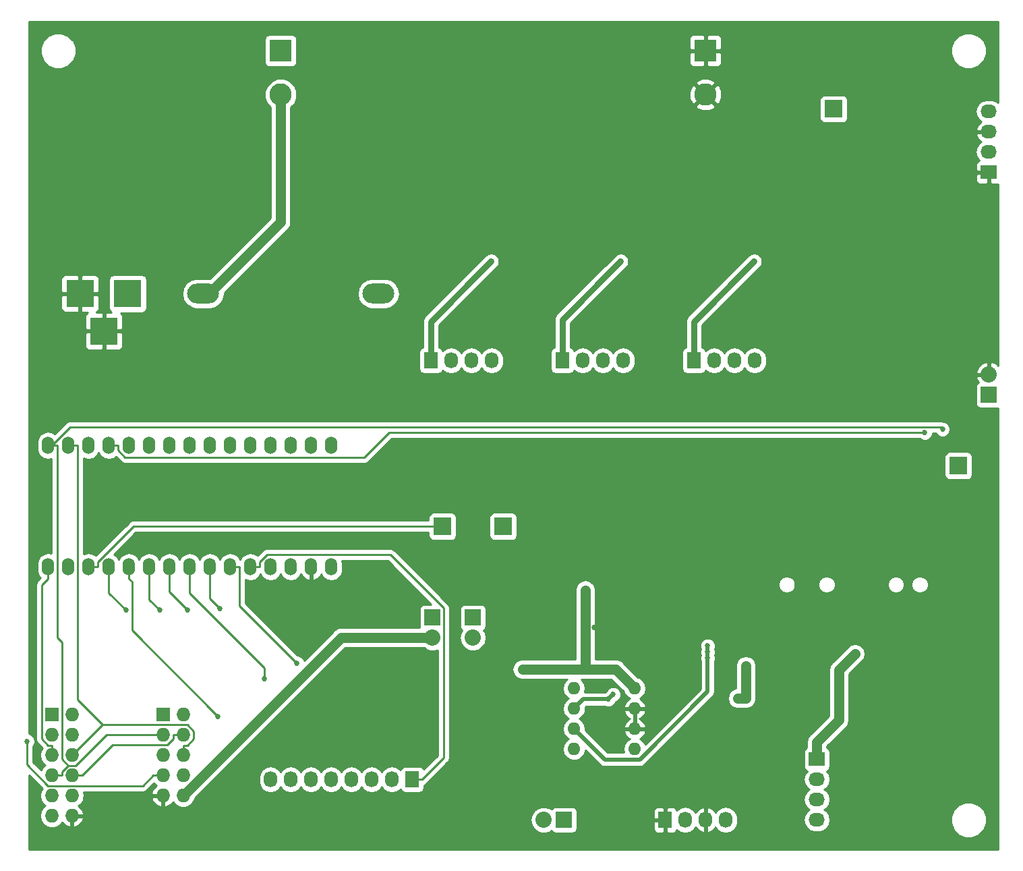
<source format=gbl>
G04 #@! TF.GenerationSoftware,KiCad,Pcbnew,5.0.0-rc2*
G04 #@! TF.CreationDate,2019-04-21T21:26:54-04:00*
G04 #@! TF.ProjectId,batterystation,6261747465727973746174696F6E2E6B,rev?*
G04 #@! TF.SameCoordinates,Original*
G04 #@! TF.FileFunction,Copper,L2,Bot,Signal*
G04 #@! TF.FilePolarity,Positive*
%FSLAX46Y46*%
G04 Gerber Fmt 4.6, Leading zero omitted, Abs format (unit mm)*
G04 Created by KiCad (PCBNEW 5.0.0-rc2) date Sun Apr 21 21:26:54 2019*
%MOMM*%
%LPD*%
G01*
G04 APERTURE LIST*
G04 #@! TA.AperFunction,ComponentPad*
%ADD10O,4.000500X2.499360*%
G04 #@! TD*
G04 #@! TA.AperFunction,ComponentPad*
%ADD11O,1.524000X2.199640*%
G04 #@! TD*
G04 #@! TA.AperFunction,ComponentPad*
%ADD12O,1.524000X2.197100*%
G04 #@! TD*
G04 #@! TA.AperFunction,ComponentPad*
%ADD13R,1.727200X2.032000*%
G04 #@! TD*
G04 #@! TA.AperFunction,ComponentPad*
%ADD14O,1.727200X2.032000*%
G04 #@! TD*
G04 #@! TA.AperFunction,ComponentPad*
%ADD15R,2.235200X2.235200*%
G04 #@! TD*
G04 #@! TA.AperFunction,ComponentPad*
%ADD16O,2.032000X1.727200*%
G04 #@! TD*
G04 #@! TA.AperFunction,ComponentPad*
%ADD17R,2.032000X1.727200*%
G04 #@! TD*
G04 #@! TA.AperFunction,ComponentPad*
%ADD18R,2.032000X2.032000*%
G04 #@! TD*
G04 #@! TA.AperFunction,ComponentPad*
%ADD19O,2.032000X2.032000*%
G04 #@! TD*
G04 #@! TA.AperFunction,ComponentPad*
%ADD20R,1.727200X1.727200*%
G04 #@! TD*
G04 #@! TA.AperFunction,ComponentPad*
%ADD21O,1.727200X1.727200*%
G04 #@! TD*
G04 #@! TA.AperFunction,ComponentPad*
%ADD22C,2.800000*%
G04 #@! TD*
G04 #@! TA.AperFunction,ComponentPad*
%ADD23R,2.800000X2.800000*%
G04 #@! TD*
G04 #@! TA.AperFunction,ComponentPad*
%ADD24O,1.600000X1.600000*%
G04 #@! TD*
G04 #@! TA.AperFunction,ComponentPad*
%ADD25R,3.500120X3.500120*%
G04 #@! TD*
G04 #@! TA.AperFunction,ViaPad*
%ADD26C,0.685800*%
G04 #@! TD*
G04 #@! TA.AperFunction,Conductor*
%ADD27C,1.270000*%
G04 #@! TD*
G04 #@! TA.AperFunction,Conductor*
%ADD28C,0.508000*%
G04 #@! TD*
G04 #@! TA.AperFunction,Conductor*
%ADD29C,0.254000*%
G04 #@! TD*
G04 #@! TA.AperFunction,Conductor*
%ADD30C,0.762000*%
G04 #@! TD*
G04 APERTURE END LIST*
D10*
G04 #@! TO.P,F1,2*
G04 #@! TO.N,Net-(C4-Pad1)*
X116410740Y-83820000D03*
G04 #@! TO.P,F1,1*
G04 #@! TO.N,+12V*
X94409260Y-83820000D03*
G04 #@! TD*
D11*
G04 #@! TO.P,J1,1*
G04 #@! TO.N,Net-(J1-Pad1)*
X110490000Y-102870000D03*
G04 #@! TO.P,J1,2*
G04 #@! TO.N,Net-(J1-Pad2)*
X107950000Y-102870000D03*
G04 #@! TO.P,J1,3*
G04 #@! TO.N,Net-(J1-Pad3)*
X105410000Y-102870000D03*
G04 #@! TO.P,J1,4*
G04 #@! TO.N,GND*
X102870000Y-102870000D03*
G04 #@! TO.P,J1,5*
G04 #@! TO.N,Net-(J1-Pad5)*
X100330000Y-102870000D03*
G04 #@! TO.P,J1,6*
G04 #@! TO.N,Net-(J1-Pad6)*
X97790000Y-102870000D03*
G04 #@! TO.P,J1,7*
G04 #@! TO.N,Net-(J1-Pad7)*
X95250000Y-102870000D03*
G04 #@! TO.P,J1,8*
G04 #@! TO.N,Net-(J1-Pad8)*
X92710000Y-102870000D03*
G04 #@! TO.P,J1,9*
G04 #@! TO.N,Net-(J1-Pad9)*
X90170000Y-102870000D03*
G04 #@! TO.P,J1,10*
G04 #@! TO.N,Net-(J1-Pad10)*
X87630000Y-102870000D03*
G04 #@! TO.P,J1,11*
G04 #@! TO.N,Net-(J1-Pad11)*
X85090000Y-102870000D03*
G04 #@! TO.P,J1,12*
G04 #@! TO.N,/MAX_CS*
X82550000Y-102870000D03*
G04 #@! TO.P,J1,13*
G04 #@! TO.N,/NANO_CS*
X80010000Y-102870000D03*
G04 #@! TO.P,J1,14*
G04 #@! TO.N,/NANO_MOSI*
X77470000Y-102870000D03*
G04 #@! TO.P,J1,15*
G04 #@! TO.N,/NANO_MISO*
X74930000Y-102870000D03*
G04 #@! TO.P,J1,16*
G04 #@! TO.N,/NANO_SCK*
X74930000Y-118110000D03*
G04 #@! TO.P,J1,17*
G04 #@! TO.N,Net-(J1-Pad17)*
X77470000Y-118110000D03*
G04 #@! TO.P,J1,18*
G04 #@! TO.N,Net-(J1-Pad18)*
X80010000Y-118110000D03*
G04 #@! TO.P,J1,19*
G04 #@! TO.N,Net-(J1-Pad19)*
X82550000Y-118110000D03*
D12*
G04 #@! TO.P,J1,20*
G04 #@! TO.N,Net-(J1-Pad20)*
X85090000Y-118110000D03*
G04 #@! TO.P,J1,21*
G04 #@! TO.N,Net-(J1-Pad21)*
X87630000Y-118110000D03*
G04 #@! TO.P,J1,22*
G04 #@! TO.N,Net-(J1-Pad22)*
X90170000Y-118110000D03*
G04 #@! TO.P,J1,23*
G04 #@! TO.N,Net-(J1-Pad23)*
X92710000Y-118110000D03*
G04 #@! TO.P,J1,24*
G04 #@! TO.N,Net-(J1-Pad24)*
X95250000Y-118110000D03*
G04 #@! TO.P,J1,25*
G04 #@! TO.N,Net-(J1-Pad25)*
X97790000Y-118110000D03*
G04 #@! TO.P,J1,26*
G04 #@! TO.N,Net-(J1-Pad26)*
X100330000Y-118110000D03*
G04 #@! TO.P,J1,27*
G04 #@! TO.N,+5V*
X102870000Y-118110000D03*
G04 #@! TO.P,J1,28*
G04 #@! TO.N,Net-(J1-Pad28)*
X105410000Y-118110000D03*
G04 #@! TO.P,J1,29*
G04 #@! TO.N,GND*
X107950000Y-118110000D03*
G04 #@! TO.P,J1,30*
G04 #@! TO.N,Net-(J1-Pad30)*
X110490000Y-118110000D03*
G04 #@! TD*
D13*
G04 #@! TO.P,P1,1*
G04 #@! TO.N,Net-(J1-Pad26)*
X120650000Y-144780000D03*
D14*
G04 #@! TO.P,P1,2*
G04 #@! TO.N,Net-(J1-Pad25)*
X118110000Y-144780000D03*
G04 #@! TO.P,P1,3*
G04 #@! TO.N,Net-(J1-Pad24)*
X115570000Y-144780000D03*
G04 #@! TO.P,P1,4*
G04 #@! TO.N,Net-(J1-Pad23)*
X113030000Y-144780000D03*
G04 #@! TO.P,P1,5*
G04 #@! TO.N,Net-(J1-Pad22)*
X110490000Y-144780000D03*
G04 #@! TO.P,P1,6*
G04 #@! TO.N,Net-(J1-Pad21)*
X107950000Y-144780000D03*
G04 #@! TO.P,P1,7*
G04 #@! TO.N,Net-(J1-Pad20)*
X105410000Y-144780000D03*
G04 #@! TO.P,P1,8*
G04 #@! TO.N,Net-(J1-Pad19)*
X102870000Y-144780000D03*
G04 #@! TD*
D15*
G04 #@! TO.P,P2,1*
G04 #@! TO.N,Net-(J1-Pad18)*
X124460000Y-113030000D03*
G04 #@! TD*
G04 #@! TO.P,P3,1*
G04 #@! TO.N,Net-(J1-Pad17)*
X132080000Y-113030000D03*
G04 #@! TD*
D14*
G04 #@! TO.P,P4,4*
G04 #@! TO.N,Net-(P4-Pad4)*
X130615000Y-92194400D03*
G04 #@! TO.P,P4,3*
G04 #@! TO.N,/CurrentSense_INA169_1/LOADOUT*
X128075000Y-92194400D03*
G04 #@! TO.P,P4,2*
G04 #@! TO.N,/CurrentSense_INA169_1/LOADIN*
X125535000Y-92194400D03*
D13*
G04 #@! TO.P,P4,1*
G04 #@! TO.N,/CurrentSense_INA169_1/CurrentOUT*
X122995000Y-92194400D03*
G04 #@! TD*
G04 #@! TO.P,P5,1*
G04 #@! TO.N,/sheet5CBEAB48/CurrentOUT*
X139505000Y-92194400D03*
D14*
G04 #@! TO.P,P5,2*
G04 #@! TO.N,/sheet5CBEAB48/LOADIN*
X142045000Y-92194400D03*
G04 #@! TO.P,P5,3*
G04 #@! TO.N,/sheet5CBEAB48/LOADOUT*
X144585000Y-92194400D03*
G04 #@! TO.P,P5,4*
G04 #@! TO.N,Net-(P5-Pad4)*
X147125000Y-92194400D03*
G04 #@! TD*
G04 #@! TO.P,P6,4*
G04 #@! TO.N,Net-(P6-Pad4)*
X163635000Y-92194400D03*
G04 #@! TO.P,P6,3*
G04 #@! TO.N,/sheet5CBEAC38/LOADOUT*
X161095000Y-92194400D03*
G04 #@! TO.P,P6,2*
G04 #@! TO.N,/sheet5CBEAC38/LOADIN*
X158555000Y-92194400D03*
D13*
G04 #@! TO.P,P6,1*
G04 #@! TO.N,/sheet5CBEAC38/CurrentOUT*
X156015000Y-92194400D03*
G04 #@! TD*
D16*
G04 #@! TO.P,P7,4*
G04 #@! TO.N,/STC4054_Liion_Charge/BAT_LIION_CHRG*
X193040000Y-60960000D03*
G04 #@! TO.P,P7,3*
G04 #@! TO.N,GND*
X193040000Y-63500000D03*
G04 #@! TO.P,P7,2*
G04 #@! TO.N,/STC4054_Liion_Charge/BAT_LIION_CHRG*
X193040000Y-66040000D03*
D17*
G04 #@! TO.P,P7,1*
G04 #@! TO.N,GND*
X193040000Y-68580000D03*
G04 #@! TD*
D13*
G04 #@! TO.P,P8,1*
G04 #@! TO.N,GND*
X152400000Y-149860000D03*
D14*
G04 #@! TO.P,P8,2*
G04 #@! TO.N,/LT1512/LT_BATCHRG*
X154940000Y-149860000D03*
G04 #@! TO.P,P8,3*
G04 #@! TO.N,GND*
X157480000Y-149860000D03*
G04 #@! TO.P,P8,4*
G04 #@! TO.N,/LT1512/LT_BATCHRG*
X160020000Y-149860000D03*
G04 #@! TD*
D15*
G04 #@! TO.P,P9,1*
G04 #@! TO.N,/STC4054_Liion_Charge/PROG*
X173562000Y-60632700D03*
G04 #@! TD*
G04 #@! TO.P,P12,1*
G04 #@! TO.N,/MAX6675/NC*
X189230000Y-105410000D03*
G04 #@! TD*
D18*
G04 #@! TO.P,P13,1*
G04 #@! TO.N,Net-(J1-Pad17)*
X123190000Y-124460000D03*
D19*
G04 #@! TO.P,P13,2*
G04 #@! TO.N,/ENC28J60/VCC_Branch*
X123190000Y-127000000D03*
G04 #@! TD*
G04 #@! TO.P,P14,2*
G04 #@! TO.N,/ENC28J60/VCC_Branch*
X128270000Y-127000000D03*
D18*
G04 #@! TO.P,P14,1*
G04 #@! TO.N,+5V*
X128270000Y-124460000D03*
G04 #@! TD*
D20*
G04 #@! TO.P,P15,1*
G04 #@! TO.N,/ENC28J60/INT*
X89351900Y-136652000D03*
D21*
G04 #@! TO.P,P15,2*
G04 #@! TO.N,/ENC28J60/CLKOUT*
X91891900Y-136652000D03*
G04 #@! TO.P,P15,3*
G04 #@! TO.N,/NANO_MISO*
X89351900Y-139192000D03*
G04 #@! TO.P,P15,4*
G04 #@! TO.N,/ENC28J60/WOL*
X91891900Y-139192000D03*
G04 #@! TO.P,P15,5*
G04 #@! TO.N,/NANO_SCK*
X89351900Y-141732000D03*
G04 #@! TO.P,P15,6*
G04 #@! TO.N,/NANO_MOSI*
X91891900Y-141732000D03*
G04 #@! TO.P,P15,7*
G04 #@! TO.N,/ENC28J60/RSTENC*
X89351900Y-144272000D03*
G04 #@! TO.P,P15,8*
G04 #@! TO.N,/NANO_CS*
X91891900Y-144272000D03*
G04 #@! TO.P,P15,9*
G04 #@! TO.N,GND*
X89351900Y-146812000D03*
G04 #@! TO.P,P15,10*
G04 #@! TO.N,/ENC28J60/VCC_Branch*
X91891900Y-146812000D03*
G04 #@! TD*
D20*
G04 #@! TO.P,P16,1*
G04 #@! TO.N,/ENC28J60/Q3*
X75411900Y-136652000D03*
D21*
G04 #@! TO.P,P16,2*
G04 #@! TO.N,GND*
X77951900Y-136652000D03*
G04 #@! TO.P,P16,3*
G04 #@! TO.N,/ENC28J60/RSTENC*
X75411900Y-139192000D03*
G04 #@! TO.P,P16,4*
G04 #@! TO.N,/NANO_CS*
X77951900Y-139192000D03*
G04 #@! TO.P,P16,5*
G04 #@! TO.N,/NANO_SCK*
X75411900Y-141732000D03*
G04 #@! TO.P,P16,6*
G04 #@! TO.N,/NANO_MOSI*
X77951900Y-141732000D03*
G04 #@! TO.P,P16,7*
G04 #@! TO.N,/NANO_MISO*
X75411900Y-144272000D03*
G04 #@! TO.P,P16,8*
G04 #@! TO.N,/ENC28J60/WOL*
X77951900Y-144272000D03*
G04 #@! TO.P,P16,9*
G04 #@! TO.N,/ENC28J60/INT*
X75411900Y-146812000D03*
G04 #@! TO.P,P16,10*
G04 #@! TO.N,/ENC28J60/CLKOUT*
X77951900Y-146812000D03*
G04 #@! TO.P,P16,11*
G04 #@! TO.N,/ENC28J60/VCC_Branch*
X75411900Y-149352000D03*
G04 #@! TO.P,P16,12*
G04 #@! TO.N,GND*
X77951900Y-149352000D03*
G04 #@! TD*
D22*
G04 #@! TO.P,P17,2*
G04 #@! TO.N,+12V*
X104140000Y-58840000D03*
D23*
G04 #@! TO.P,P17,1*
X104140000Y-53340000D03*
G04 #@! TD*
G04 #@! TO.P,P18,1*
G04 #@! TO.N,GND*
X157480000Y-53340000D03*
D22*
G04 #@! TO.P,P18,2*
X157480000Y-58840000D03*
G04 #@! TD*
D24*
G04 #@! TO.P,P19,1*
G04 #@! TO.N,/LT1512/Vcomp*
X140970000Y-133350000D03*
G04 #@! TO.P,P19,2*
G04 #@! TO.N,/LT1512/LT_FloatVoltage*
X140970000Y-135890000D03*
G04 #@! TO.P,P19,3*
G04 #@! TO.N,/LT1512/I_Feedback*
X140970000Y-138430000D03*
G04 #@! TO.P,P19,4*
G04 #@! TO.N,/LT1512/LTShutdownPin*
X140970000Y-140970000D03*
G04 #@! TO.P,P19,5*
G04 #@! TO.N,+5V*
X148590000Y-140970000D03*
G04 #@! TO.P,P19,6*
G04 #@! TO.N,GND*
X148590000Y-138430000D03*
G04 #@! TO.P,P19,7*
X148590000Y-135890000D03*
G04 #@! TO.P,P19,8*
G04 #@! TO.N,/LT1512/Vsw*
X148590000Y-133350000D03*
G04 #@! TD*
D18*
G04 #@! TO.P,P20,1*
G04 #@! TO.N,/LT1512/LTShutdownPin*
X139700000Y-149860000D03*
D19*
G04 #@! TO.P,P20,2*
G04 #@! TO.N,/LT1512/LT_FloatVoltage*
X137160000Y-149860000D03*
G04 #@! TD*
D17*
G04 #@! TO.P,R9,1*
G04 #@! TO.N,Net-(R8-Pad2)*
X171450000Y-142240000D03*
D16*
G04 #@! TO.P,R9,2*
G04 #@! TO.N,/LT1512/LT_FloatVoltage*
X171450000Y-144780000D03*
G04 #@! TO.P,R9,3*
G04 #@! TO.N,N/C*
X171450000Y-147320000D03*
G04 #@! TO.P,R9,4*
X171450000Y-149860000D03*
G04 #@! TD*
D19*
G04 #@! TO.P,TC1,2*
G04 #@! TO.N,GND*
X193040000Y-93980000D03*
D18*
G04 #@! TO.P,TC1,1*
G04 #@! TO.N,/MAX6675/T+*
X193040000Y-96520000D03*
G04 #@! TD*
D25*
G04 #@! TO.P,CON1,1*
G04 #@! TO.N,+12V*
X84940140Y-83820000D03*
G04 #@! TO.P,CON1,2*
G04 #@! TO.N,GND*
X78940660Y-83820000D03*
G04 #@! TO.P,CON1,3*
X81940400Y-88519000D03*
G04 #@! TD*
D26*
G04 #@! TO.N,GND*
X88900000Y-64770000D03*
X87630000Y-64770000D03*
X86360000Y-64770000D03*
X85090000Y-64770000D03*
X83820000Y-64770000D03*
X83820000Y-66040000D03*
X83820000Y-67310000D03*
X87630000Y-69850000D03*
X88900000Y-69850000D03*
X85090000Y-66040000D03*
X86360000Y-66040000D03*
X87630000Y-66040000D03*
X88900000Y-66040000D03*
X88900000Y-67310000D03*
X88900000Y-68580000D03*
X85090000Y-68580000D03*
X85090000Y-67310000D03*
X86360000Y-67310000D03*
X87630000Y-67310000D03*
X87630000Y-68580000D03*
X86360000Y-68580000D03*
X80010000Y-63500000D03*
X81280000Y-63500000D03*
X81280000Y-64770000D03*
X81280000Y-66040000D03*
X81280000Y-67310000D03*
X80010000Y-67310000D03*
X80010000Y-66040000D03*
X80010000Y-64770000D03*
X78740000Y-63500000D03*
X78740000Y-64770000D03*
X78740000Y-66040000D03*
X78740000Y-67310000D03*
X77470000Y-67310000D03*
X76200000Y-67310000D03*
X76200000Y-66040000D03*
X77470000Y-66040000D03*
X77470000Y-64770000D03*
X77470000Y-63500000D03*
X76200000Y-63500000D03*
X76200000Y-64770000D03*
X167640000Y-128270000D03*
X167640000Y-127000000D03*
X170180000Y-127000000D03*
X170180000Y-128270000D03*
X143510000Y-125730000D03*
X144780000Y-128270000D03*
X144780000Y-129540000D03*
X144780000Y-127000000D03*
X147320000Y-134620000D03*
X146050000Y-135890000D03*
X153670000Y-131445000D03*
X151765000Y-130810000D03*
X152654000Y-131318000D03*
X118110000Y-110490000D03*
X119380000Y-110490000D03*
X120650000Y-110490000D03*
X120650000Y-111760000D03*
X119380000Y-111760000D03*
X118110000Y-111760000D03*
X116840000Y-111760000D03*
X116840000Y-110490000D03*
X116840000Y-130810000D03*
X118110000Y-130810000D03*
X119380000Y-130810000D03*
X120650000Y-130810000D03*
X120650000Y-132080000D03*
X119380000Y-132080000D03*
X118110000Y-132080000D03*
X116840000Y-132080000D03*
G04 #@! TO.N,/LT1512/Vsw*
X142367000Y-123825000D03*
X142367000Y-122936000D03*
X142367000Y-122047000D03*
X142367000Y-121158000D03*
X139065000Y-130937000D03*
X138303000Y-130937000D03*
X137541000Y-130937000D03*
X136779000Y-130937000D03*
X136017000Y-130937000D03*
X135255000Y-130937000D03*
X134493000Y-130937000D03*
G04 #@! TO.N,/LT1512/I_Feedback*
X157734000Y-129540000D03*
X157734000Y-128778000D03*
X157734000Y-128016000D03*
G04 #@! TO.N,/LT1512/LT_BATCHRG*
X162560000Y-130556000D03*
X162560000Y-131572000D03*
X161544000Y-134600000D03*
X162540000Y-134600000D03*
G04 #@! TO.N,/MAX_CS*
X185008500Y-101276100D03*
G04 #@! TO.N,/NANO_MISO*
X187236100Y-100825300D03*
G04 #@! TO.N,Net-(J1-Pad19)*
X84729900Y-123535200D03*
G04 #@! TO.N,Net-(J1-Pad20)*
X96222500Y-136844100D03*
G04 #@! TO.N,Net-(J1-Pad21)*
X88954500Y-123535200D03*
G04 #@! TO.N,Net-(J1-Pad22)*
X92480800Y-123535200D03*
G04 #@! TO.N,Net-(J1-Pad23)*
X102082800Y-132114700D03*
G04 #@! TO.N,Net-(J1-Pad24)*
X96520400Y-123303900D03*
G04 #@! TO.N,Net-(J1-Pad25)*
X106131300Y-130166600D03*
G04 #@! TO.N,/CurrentSense_INA169_1/CurrentOUT*
X130048000Y-80264000D03*
X130556000Y-79756000D03*
G04 #@! TO.N,/sheet5CBEAB48/CurrentOUT*
X146304000Y-80264000D03*
X146812000Y-79756000D03*
G04 #@! TO.N,/sheet5CBEAC38/CurrentOUT*
X163068000Y-80264000D03*
X163576000Y-79756000D03*
G04 #@! TO.N,/ENC28J60/RSTENC*
X72303500Y-140010000D03*
G04 #@! TO.N,/LT1512/LT_FloatVoltage*
X145892000Y-134112000D03*
X145288000Y-134716000D03*
G04 #@! TO.N,Net-(R8-Pad2)*
X175207000Y-130048000D03*
X176223000Y-129032000D03*
G04 #@! TD*
D27*
G04 #@! TO.N,/LT1512/Vsw*
X142367000Y-130937000D02*
X139065000Y-130937000D01*
X148590000Y-133350000D02*
X146177000Y-130937000D01*
X146177000Y-130937000D02*
X142367000Y-130937000D01*
X142367000Y-123825000D02*
X142367000Y-122936000D01*
X142367000Y-122936000D02*
X142367000Y-122047000D01*
X142367000Y-122047000D02*
X142367000Y-121158000D01*
X142367000Y-121158000D02*
X142367000Y-121031000D01*
X142367000Y-130937000D02*
X142367000Y-123825000D01*
X139065000Y-130937000D02*
X138303000Y-130937000D01*
X138303000Y-130937000D02*
X137541000Y-130937000D01*
X137541000Y-130937000D02*
X136779000Y-130937000D01*
X136779000Y-130937000D02*
X136017000Y-130937000D01*
X136017000Y-130937000D02*
X135255000Y-130937000D01*
X135255000Y-130937000D02*
X134493000Y-130937000D01*
D28*
G04 #@! TO.N,/LT1512/I_Feedback*
X157734000Y-129540000D02*
X157734000Y-128778000D01*
X157734000Y-128778000D02*
X157734000Y-128016000D01*
X140970000Y-138430000D02*
X144818000Y-142278000D01*
X144818000Y-142278000D02*
X149218000Y-142278000D01*
X149218000Y-142278000D02*
X157734000Y-133762000D01*
X157734000Y-133762000D02*
X157734000Y-129540000D01*
D27*
G04 #@! TO.N,/LT1512/LT_BATCHRG*
X162560000Y-130556000D02*
X162560000Y-131572000D01*
X162540000Y-134600000D02*
X161544000Y-134600000D01*
X162560000Y-131572000D02*
X162560000Y-134580000D01*
X162560000Y-134580000D02*
X162540000Y-134600000D01*
G04 #@! TO.N,+12V*
X104140000Y-58840000D02*
X104140000Y-74839800D01*
X104140000Y-74839800D02*
X95159800Y-83820000D01*
X95159800Y-83820000D02*
X94409300Y-83820000D01*
D29*
G04 #@! TO.N,/MAX_CS*
X82550000Y-102870000D02*
X83693300Y-102870000D01*
X185008500Y-101276100D02*
X117735500Y-101276100D01*
X117735500Y-101276100D02*
X114660300Y-104351300D01*
X114660300Y-104351300D02*
X84565900Y-104351300D01*
X84565900Y-104351300D02*
X83693300Y-103478700D01*
X83693300Y-103478700D02*
X83693300Y-102870000D01*
G04 #@! TO.N,/NANO_MOSI*
X81761900Y-137922000D02*
X92401600Y-137922000D01*
X92401600Y-137922000D02*
X93186900Y-138707300D01*
X93186900Y-138707300D02*
X93186900Y-139707900D01*
X93186900Y-139707900D02*
X92407700Y-140487100D01*
X92407700Y-140487100D02*
X91891900Y-140487100D01*
X77951900Y-141732000D02*
X81761900Y-137922000D01*
X81761900Y-137922000D02*
X78613300Y-134773400D01*
X78613300Y-134773400D02*
X78613300Y-102870000D01*
X77470000Y-102870000D02*
X78613300Y-102870000D01*
X91891900Y-141732000D02*
X91891900Y-140487100D01*
G04 #@! TO.N,/NANO_MISO*
X75402400Y-102870000D02*
X76073300Y-102870000D01*
X77434800Y-143027100D02*
X78422000Y-143027100D01*
X78422000Y-143027100D02*
X82257100Y-139192000D01*
X82257100Y-139192000D02*
X89351900Y-139192000D01*
X76656800Y-144272000D02*
X76656800Y-143805100D01*
X76656800Y-143805100D02*
X77434800Y-143027100D01*
X77434800Y-143027100D02*
X76656900Y-142249200D01*
X76656900Y-142249200D02*
X76656900Y-127591300D01*
X76656900Y-127591300D02*
X76073300Y-127007700D01*
X76073300Y-127007700D02*
X76073300Y-102870000D01*
X75411900Y-144272000D02*
X76656800Y-144272000D01*
X187236100Y-100825300D02*
X186962700Y-100551900D01*
X186962700Y-100551900D02*
X77720500Y-100551900D01*
X77720500Y-100551900D02*
X75402400Y-102870000D01*
X74930000Y-102870000D02*
X75402400Y-102870000D01*
G04 #@! TO.N,/NANO_SCK*
X74930000Y-118110000D02*
X74930000Y-119591200D01*
X75411900Y-141732000D02*
X75411900Y-140487100D01*
X75411900Y-140487100D02*
X74945100Y-140487100D01*
X74945100Y-140487100D02*
X74166900Y-139708900D01*
X74166900Y-139708900D02*
X74166900Y-120354300D01*
X74166900Y-120354300D02*
X74930000Y-119591200D01*
G04 #@! TO.N,Net-(J1-Pad18)*
X80010000Y-118110000D02*
X81153300Y-118110000D01*
X124460000Y-113030000D02*
X85624600Y-113030000D01*
X85624600Y-113030000D02*
X81153300Y-117501300D01*
X81153300Y-117501300D02*
X81153300Y-118110000D01*
G04 #@! TO.N,Net-(J1-Pad19)*
X84729900Y-123535200D02*
X82550000Y-121355300D01*
X82550000Y-121355300D02*
X82550000Y-118110000D01*
G04 #@! TO.N,Net-(J1-Pad20)*
X85090000Y-118110000D02*
X85090000Y-119589900D01*
X96222500Y-136844100D02*
X85454100Y-126075700D01*
X85454100Y-126075700D02*
X85454100Y-119954000D01*
X85454100Y-119954000D02*
X85090000Y-119589900D01*
G04 #@! TO.N,Net-(J1-Pad21)*
X88954500Y-123535200D02*
X87630000Y-122210700D01*
X87630000Y-122210700D02*
X87630000Y-118110000D01*
G04 #@! TO.N,Net-(J1-Pad22)*
X92480800Y-123535200D02*
X90170000Y-121224400D01*
X90170000Y-121224400D02*
X90170000Y-118110000D01*
G04 #@! TO.N,Net-(J1-Pad23)*
X102082800Y-132114700D02*
X102082800Y-130787100D01*
X102082800Y-130787100D02*
X92710000Y-121414300D01*
X92710000Y-121414300D02*
X92710000Y-118110000D01*
G04 #@! TO.N,Net-(J1-Pad24)*
X96520400Y-123303900D02*
X95250000Y-122033500D01*
X95250000Y-122033500D02*
X95250000Y-118110000D01*
G04 #@! TO.N,Net-(J1-Pad25)*
X97790000Y-118110000D02*
X98933300Y-118110000D01*
X106131300Y-130166600D02*
X98933300Y-122968600D01*
X98933300Y-122968600D02*
X98933300Y-118110000D01*
G04 #@! TO.N,Net-(J1-Pad26)*
X100330000Y-118110000D02*
X101473300Y-118110000D01*
X120650000Y-144780000D02*
X121894900Y-144780000D01*
X121894900Y-144780000D02*
X124587400Y-142087500D01*
X124587400Y-142087500D02*
X124587400Y-123282100D01*
X124587400Y-123282100D02*
X117884500Y-116579200D01*
X117884500Y-116579200D02*
X102396400Y-116579200D01*
X102396400Y-116579200D02*
X101473300Y-117502300D01*
X101473300Y-117502300D02*
X101473300Y-118110000D01*
D30*
G04 #@! TO.N,/CurrentSense_INA169_1/CurrentOUT*
X130048000Y-80264000D02*
X130556000Y-79756000D01*
X122995000Y-92194400D02*
X122995000Y-87316800D01*
X122995000Y-87316800D02*
X130048000Y-80264000D01*
G04 #@! TO.N,/sheet5CBEAB48/CurrentOUT*
X146304000Y-80264000D02*
X146812000Y-79756000D01*
X139505000Y-92194400D02*
X139505000Y-87062800D01*
X139505000Y-87062800D02*
X146304000Y-80264000D01*
G04 #@! TO.N,/sheet5CBEAC38/CurrentOUT*
X163068000Y-80264000D02*
X163576000Y-79756000D01*
X156015000Y-92194400D02*
X156015000Y-87316800D01*
X156015000Y-87316800D02*
X163068000Y-80264000D01*
D27*
G04 #@! TO.N,/ENC28J60/VCC_Branch*
X123190000Y-127000000D02*
X111703000Y-127000000D01*
X111703000Y-127000000D02*
X91891900Y-146812000D01*
D29*
G04 #@! TO.N,/ENC28J60/WOL*
X91891900Y-139192000D02*
X90647000Y-139192000D01*
X77951900Y-144272000D02*
X79196800Y-144272000D01*
X79196800Y-144272000D02*
X83006800Y-140462000D01*
X83006800Y-140462000D02*
X89892800Y-140462000D01*
X89892800Y-140462000D02*
X90647000Y-139707800D01*
X90647000Y-139707800D02*
X90647000Y-139192000D01*
G04 #@! TO.N,/ENC28J60/RSTENC*
X89351900Y-144272000D02*
X88107000Y-144272000D01*
X72303500Y-140010000D02*
X72303500Y-142938300D01*
X72303500Y-142938300D02*
X74932200Y-145567000D01*
X74932200Y-145567000D02*
X86812000Y-145567000D01*
X86812000Y-145567000D02*
X88107000Y-144272000D01*
D28*
G04 #@! TO.N,/LT1512/LT_FloatVoltage*
X145288000Y-134716000D02*
X142144000Y-134716000D01*
X142144000Y-134716000D02*
X140970000Y-135890000D01*
X145892000Y-134112000D02*
X145288000Y-134716000D01*
D27*
G04 #@! TO.N,Net-(R8-Pad2)*
X175207000Y-130048000D02*
X176223000Y-129032000D01*
X171450000Y-142240000D02*
X171450000Y-140106000D01*
X171450000Y-140106000D02*
X174244000Y-137312000D01*
X174244000Y-137312000D02*
X174244000Y-131011000D01*
X174244000Y-131011000D02*
X175207000Y-130048000D01*
G04 #@! TD*
D29*
G04 #@! TO.N,GND*
G36*
X194183000Y-59819547D02*
X193777125Y-59548350D01*
X193339998Y-59461400D01*
X192740002Y-59461400D01*
X192302875Y-59548350D01*
X191807170Y-59879570D01*
X191475950Y-60375275D01*
X191359641Y-60960000D01*
X191475950Y-61544725D01*
X191807170Y-62040430D01*
X192096732Y-62233910D01*
X191689268Y-62597964D01*
X191435291Y-63125209D01*
X191432642Y-63140974D01*
X191553783Y-63373000D01*
X192913000Y-63373000D01*
X192913000Y-63353000D01*
X193167000Y-63353000D01*
X193167000Y-63373000D01*
X193187000Y-63373000D01*
X193187000Y-63627000D01*
X193167000Y-63627000D01*
X193167000Y-63647000D01*
X192913000Y-63647000D01*
X192913000Y-63627000D01*
X191553783Y-63627000D01*
X191432642Y-63859026D01*
X191435291Y-63874791D01*
X191689268Y-64402036D01*
X192096732Y-64766090D01*
X191807170Y-64959570D01*
X191475950Y-65455275D01*
X191359641Y-66040000D01*
X191475950Y-66624725D01*
X191806367Y-67119228D01*
X191664302Y-67178073D01*
X191485673Y-67356701D01*
X191389000Y-67590090D01*
X191389000Y-68294250D01*
X191547750Y-68453000D01*
X192913000Y-68453000D01*
X192913000Y-68433000D01*
X193167000Y-68433000D01*
X193167000Y-68453000D01*
X193187000Y-68453000D01*
X193187000Y-68707000D01*
X193167000Y-68707000D01*
X193167000Y-69919850D01*
X193325750Y-70078600D01*
X194182309Y-70078600D01*
X194183000Y-70078314D01*
X194183000Y-92831133D01*
X194008379Y-92642812D01*
X193422946Y-92374017D01*
X193167000Y-92492633D01*
X193167000Y-93853000D01*
X193187000Y-93853000D01*
X193187000Y-94107000D01*
X193167000Y-94107000D01*
X193167000Y-94127000D01*
X192913000Y-94127000D01*
X192913000Y-94107000D01*
X191553164Y-94107000D01*
X191434025Y-94362944D01*
X191633615Y-94844818D01*
X191723113Y-94941338D01*
X191566191Y-95046191D01*
X191425843Y-95256235D01*
X191376560Y-95504000D01*
X191376560Y-97536000D01*
X191425843Y-97783765D01*
X191566191Y-97993809D01*
X191776235Y-98134157D01*
X192024000Y-98183440D01*
X194056000Y-98183440D01*
X194183000Y-98158178D01*
X194183000Y-153543000D01*
X72517000Y-153543000D01*
X72517000Y-144229430D01*
X74206368Y-145918799D01*
X74000250Y-146227275D01*
X73883941Y-146812000D01*
X74000250Y-147396725D01*
X74331470Y-147892430D01*
X74615181Y-148082000D01*
X74331470Y-148271570D01*
X74000250Y-148767275D01*
X73883941Y-149352000D01*
X74000250Y-149936725D01*
X74331470Y-150432430D01*
X74827175Y-150763650D01*
X75264302Y-150850600D01*
X75559498Y-150850600D01*
X75996625Y-150763650D01*
X76492330Y-150432430D01*
X76684937Y-150144174D01*
X77063410Y-150558821D01*
X77592873Y-150806968D01*
X77824900Y-150686469D01*
X77824900Y-149479000D01*
X78078900Y-149479000D01*
X78078900Y-150686469D01*
X78310927Y-150806968D01*
X78840390Y-150558821D01*
X79234588Y-150126947D01*
X79345154Y-149860000D01*
X135476655Y-149860000D01*
X135604792Y-150504188D01*
X135969695Y-151050305D01*
X136515812Y-151415208D01*
X136997391Y-151511000D01*
X137322609Y-151511000D01*
X137804188Y-151415208D01*
X138133537Y-151195144D01*
X138226191Y-151333809D01*
X138436235Y-151474157D01*
X138684000Y-151523440D01*
X140716000Y-151523440D01*
X140963765Y-151474157D01*
X141173809Y-151333809D01*
X141314157Y-151123765D01*
X141363440Y-150876000D01*
X141363440Y-150145750D01*
X150901400Y-150145750D01*
X150901400Y-151002309D01*
X150998073Y-151235698D01*
X151176701Y-151414327D01*
X151410090Y-151511000D01*
X152114250Y-151511000D01*
X152273000Y-151352250D01*
X152273000Y-149987000D01*
X151060150Y-149987000D01*
X150901400Y-150145750D01*
X141363440Y-150145750D01*
X141363440Y-148844000D01*
X141338316Y-148717691D01*
X150901400Y-148717691D01*
X150901400Y-149574250D01*
X151060150Y-149733000D01*
X152273000Y-149733000D01*
X152273000Y-148367750D01*
X152527000Y-148367750D01*
X152527000Y-149733000D01*
X152547000Y-149733000D01*
X152547000Y-149987000D01*
X152527000Y-149987000D01*
X152527000Y-151352250D01*
X152685750Y-151511000D01*
X153389910Y-151511000D01*
X153623299Y-151414327D01*
X153801927Y-151235698D01*
X153860772Y-151093633D01*
X154355276Y-151424050D01*
X154940000Y-151540359D01*
X155524725Y-151424049D01*
X156020430Y-151092829D01*
X156213909Y-150803267D01*
X156577964Y-151210732D01*
X157105209Y-151464709D01*
X157120974Y-151467358D01*
X157353000Y-151346217D01*
X157353000Y-149987000D01*
X157333000Y-149987000D01*
X157333000Y-149733000D01*
X157353000Y-149733000D01*
X157353000Y-148373783D01*
X157607000Y-148373783D01*
X157607000Y-149733000D01*
X157627000Y-149733000D01*
X157627000Y-149987000D01*
X157607000Y-149987000D01*
X157607000Y-151346217D01*
X157839026Y-151467358D01*
X157854791Y-151464709D01*
X158382036Y-151210732D01*
X158746091Y-150803267D01*
X158939571Y-151092830D01*
X159435276Y-151424050D01*
X160020000Y-151540359D01*
X160604725Y-151424049D01*
X161100430Y-151092829D01*
X161431650Y-150597124D01*
X161518600Y-150159997D01*
X161518599Y-149560002D01*
X161431649Y-149122875D01*
X161100429Y-148627170D01*
X160604724Y-148295950D01*
X160020000Y-148179641D01*
X159435275Y-148295951D01*
X158939570Y-148627171D01*
X158746091Y-148916733D01*
X158382036Y-148509268D01*
X157854791Y-148255291D01*
X157839026Y-148252642D01*
X157607000Y-148373783D01*
X157353000Y-148373783D01*
X157120974Y-148252642D01*
X157105209Y-148255291D01*
X156577964Y-148509268D01*
X156213909Y-148916733D01*
X156020429Y-148627170D01*
X155524724Y-148295950D01*
X154940000Y-148179641D01*
X154355275Y-148295951D01*
X153860773Y-148626367D01*
X153801927Y-148484302D01*
X153623299Y-148305673D01*
X153389910Y-148209000D01*
X152685750Y-148209000D01*
X152527000Y-148367750D01*
X152273000Y-148367750D01*
X152114250Y-148209000D01*
X151410090Y-148209000D01*
X151176701Y-148305673D01*
X150998073Y-148484302D01*
X150901400Y-148717691D01*
X141338316Y-148717691D01*
X141314157Y-148596235D01*
X141173809Y-148386191D01*
X140963765Y-148245843D01*
X140716000Y-148196560D01*
X138684000Y-148196560D01*
X138436235Y-148245843D01*
X138226191Y-148386191D01*
X138133537Y-148524856D01*
X137804188Y-148304792D01*
X137322609Y-148209000D01*
X136997391Y-148209000D01*
X136515812Y-148304792D01*
X135969695Y-148669695D01*
X135604792Y-149215812D01*
X135476655Y-149860000D01*
X79345154Y-149860000D01*
X79406858Y-149711026D01*
X79285717Y-149479000D01*
X78078900Y-149479000D01*
X77824900Y-149479000D01*
X77804900Y-149479000D01*
X77804900Y-149225000D01*
X77824900Y-149225000D01*
X77824900Y-149205000D01*
X78078900Y-149205000D01*
X78078900Y-149225000D01*
X79285717Y-149225000D01*
X79406858Y-148992974D01*
X79234588Y-148577053D01*
X78840390Y-148145179D01*
X78730879Y-148093854D01*
X79032330Y-147892430D01*
X79363550Y-147396725D01*
X79408444Y-147171026D01*
X87896942Y-147171026D01*
X88069212Y-147586947D01*
X88463410Y-148018821D01*
X88992873Y-148266968D01*
X89224900Y-148146469D01*
X89224900Y-146939000D01*
X88018083Y-146939000D01*
X87896942Y-147171026D01*
X79408444Y-147171026D01*
X79479859Y-146812000D01*
X79383784Y-146329000D01*
X86736957Y-146329000D01*
X86812000Y-146343927D01*
X86887043Y-146329000D01*
X86887048Y-146329000D01*
X87109317Y-146284788D01*
X87361371Y-146116371D01*
X87403883Y-146052747D01*
X88204471Y-145252159D01*
X88271470Y-145352430D01*
X88572921Y-145553854D01*
X88463410Y-145605179D01*
X88069212Y-146037053D01*
X87896942Y-146452974D01*
X88018083Y-146685000D01*
X89224900Y-146685000D01*
X89224900Y-146665000D01*
X89478900Y-146665000D01*
X89478900Y-146685000D01*
X89498900Y-146685000D01*
X89498900Y-146939000D01*
X89478900Y-146939000D01*
X89478900Y-148146469D01*
X89710927Y-148266968D01*
X90240390Y-148018821D01*
X90618863Y-147604174D01*
X90811470Y-147892430D01*
X91307175Y-148223650D01*
X91744302Y-148310600D01*
X92039498Y-148310600D01*
X92476625Y-148223650D01*
X92972330Y-147892430D01*
X93303550Y-147396725D01*
X93353297Y-147146628D01*
X112229069Y-128270000D01*
X122118967Y-128270000D01*
X122545812Y-128555208D01*
X123027391Y-128651000D01*
X123352609Y-128651000D01*
X123825401Y-128556956D01*
X123825400Y-141771869D01*
X122099451Y-143497818D01*
X121971409Y-143306191D01*
X121761365Y-143165843D01*
X121513600Y-143116560D01*
X119786400Y-143116560D01*
X119538635Y-143165843D01*
X119328591Y-143306191D01*
X119188243Y-143516235D01*
X119183068Y-143542252D01*
X118694725Y-143215951D01*
X118110000Y-143099641D01*
X117525276Y-143215950D01*
X117029571Y-143547170D01*
X116840000Y-143830882D01*
X116650430Y-143547171D01*
X116154725Y-143215951D01*
X115570000Y-143099641D01*
X114985276Y-143215950D01*
X114489571Y-143547170D01*
X114300000Y-143830882D01*
X114110430Y-143547171D01*
X113614725Y-143215951D01*
X113030000Y-143099641D01*
X112445276Y-143215950D01*
X111949571Y-143547170D01*
X111760000Y-143830882D01*
X111570430Y-143547171D01*
X111074725Y-143215951D01*
X110490000Y-143099641D01*
X109905276Y-143215950D01*
X109409571Y-143547170D01*
X109220000Y-143830882D01*
X109030430Y-143547171D01*
X108534725Y-143215951D01*
X107950000Y-143099641D01*
X107365276Y-143215950D01*
X106869571Y-143547170D01*
X106680000Y-143830882D01*
X106490430Y-143547171D01*
X105994725Y-143215951D01*
X105410000Y-143099641D01*
X104825276Y-143215950D01*
X104329571Y-143547170D01*
X104140000Y-143830882D01*
X103950430Y-143547171D01*
X103454725Y-143215951D01*
X102870000Y-143099641D01*
X102285276Y-143215950D01*
X101789571Y-143547170D01*
X101458351Y-144042875D01*
X101371401Y-144480002D01*
X101371400Y-145079997D01*
X101458350Y-145517124D01*
X101789570Y-146012829D01*
X102285275Y-146344049D01*
X102870000Y-146460359D01*
X103454724Y-146344050D01*
X103950429Y-146012830D01*
X104140000Y-145729118D01*
X104329570Y-146012829D01*
X104825275Y-146344049D01*
X105410000Y-146460359D01*
X105994724Y-146344050D01*
X106490429Y-146012830D01*
X106680000Y-145729118D01*
X106869570Y-146012829D01*
X107365275Y-146344049D01*
X107950000Y-146460359D01*
X108534724Y-146344050D01*
X109030429Y-146012830D01*
X109220000Y-145729118D01*
X109409570Y-146012829D01*
X109905275Y-146344049D01*
X110490000Y-146460359D01*
X111074724Y-146344050D01*
X111570429Y-146012830D01*
X111760000Y-145729118D01*
X111949570Y-146012829D01*
X112445275Y-146344049D01*
X113030000Y-146460359D01*
X113614724Y-146344050D01*
X114110429Y-146012830D01*
X114300000Y-145729118D01*
X114489570Y-146012829D01*
X114985275Y-146344049D01*
X115570000Y-146460359D01*
X116154724Y-146344050D01*
X116650429Y-146012830D01*
X116840000Y-145729118D01*
X117029570Y-146012829D01*
X117525275Y-146344049D01*
X118110000Y-146460359D01*
X118694724Y-146344050D01*
X119183068Y-146017748D01*
X119188243Y-146043765D01*
X119328591Y-146253809D01*
X119538635Y-146394157D01*
X119786400Y-146443440D01*
X121513600Y-146443440D01*
X121761365Y-146394157D01*
X121971409Y-146253809D01*
X122111757Y-146043765D01*
X122161040Y-145796000D01*
X122161040Y-145503989D01*
X122192217Y-145497788D01*
X122444271Y-145329371D01*
X122486783Y-145265747D01*
X122972530Y-144780000D01*
X169769641Y-144780000D01*
X169885950Y-145364725D01*
X170217170Y-145860430D01*
X170500881Y-146050000D01*
X170217170Y-146239570D01*
X169885950Y-146735275D01*
X169769641Y-147320000D01*
X169885950Y-147904725D01*
X170217170Y-148400430D01*
X170500881Y-148590000D01*
X170217170Y-148779570D01*
X169885950Y-149275275D01*
X169769641Y-149860000D01*
X169885950Y-150444725D01*
X170217170Y-150940430D01*
X170712875Y-151271650D01*
X171150002Y-151358600D01*
X171749998Y-151358600D01*
X172187125Y-151271650D01*
X172682830Y-150940430D01*
X173014050Y-150444725D01*
X173130359Y-149860000D01*
X173041929Y-149415431D01*
X188265000Y-149415431D01*
X188265000Y-150304569D01*
X188605259Y-151126026D01*
X189233974Y-151754741D01*
X190055431Y-152095000D01*
X190944569Y-152095000D01*
X191766026Y-151754741D01*
X192394741Y-151126026D01*
X192735000Y-150304569D01*
X192735000Y-149415431D01*
X192394741Y-148593974D01*
X191766026Y-147965259D01*
X190944569Y-147625000D01*
X190055431Y-147625000D01*
X189233974Y-147965259D01*
X188605259Y-148593974D01*
X188265000Y-149415431D01*
X173041929Y-149415431D01*
X173014050Y-149275275D01*
X172682830Y-148779570D01*
X172399119Y-148590000D01*
X172682830Y-148400430D01*
X173014050Y-147904725D01*
X173130359Y-147320000D01*
X173014050Y-146735275D01*
X172682830Y-146239570D01*
X172399119Y-146050000D01*
X172682830Y-145860430D01*
X173014050Y-145364725D01*
X173130359Y-144780000D01*
X173014050Y-144195275D01*
X172687749Y-143706932D01*
X172713765Y-143701757D01*
X172923809Y-143561409D01*
X173064157Y-143351365D01*
X173113440Y-143103600D01*
X173113440Y-141376400D01*
X173064157Y-141128635D01*
X172923809Y-140918591D01*
X172720000Y-140782409D01*
X172720000Y-140632050D01*
X175053583Y-138298467D01*
X175159617Y-138227618D01*
X175230466Y-138121585D01*
X175230470Y-138121581D01*
X175440313Y-137807529D01*
X175538879Y-137312000D01*
X175513999Y-137186919D01*
X175514000Y-131537051D01*
X176193470Y-130857581D01*
X176193472Y-130857578D01*
X177209470Y-129841581D01*
X177419312Y-129527530D01*
X177517879Y-129032000D01*
X177419312Y-128536471D01*
X177138618Y-128116382D01*
X176718529Y-127835688D01*
X176223000Y-127737121D01*
X175727470Y-127835688D01*
X175413419Y-128045530D01*
X174397422Y-129061528D01*
X174397419Y-129061530D01*
X173434419Y-130024531D01*
X173328383Y-130095382D01*
X173257532Y-130201418D01*
X173257530Y-130201420D01*
X173047688Y-130515471D01*
X172949121Y-131011000D01*
X172974001Y-131136080D01*
X172974000Y-136785949D01*
X170640419Y-139119531D01*
X170534383Y-139190382D01*
X170463532Y-139296418D01*
X170463530Y-139296420D01*
X170253688Y-139610471D01*
X170155121Y-140106000D01*
X170180001Y-140231079D01*
X170180001Y-140782409D01*
X169976191Y-140918591D01*
X169835843Y-141128635D01*
X169786560Y-141376400D01*
X169786560Y-143103600D01*
X169835843Y-143351365D01*
X169976191Y-143561409D01*
X170186235Y-143701757D01*
X170212251Y-143706932D01*
X169885950Y-144195275D01*
X169769641Y-144780000D01*
X122972530Y-144780000D01*
X125073151Y-142679380D01*
X125136770Y-142636871D01*
X125179278Y-142573253D01*
X125179282Y-142573249D01*
X125305187Y-142384818D01*
X125364327Y-142087501D01*
X125349399Y-142012453D01*
X125349399Y-130937000D01*
X133198120Y-130937000D01*
X133296687Y-131432529D01*
X133577382Y-131852618D01*
X133997471Y-132133313D01*
X134367920Y-132207000D01*
X140097689Y-132207000D01*
X139935423Y-132315423D01*
X139618260Y-132790091D01*
X139506887Y-133350000D01*
X139618260Y-133909909D01*
X139935423Y-134384577D01*
X140287758Y-134620000D01*
X139935423Y-134855423D01*
X139618260Y-135330091D01*
X139506887Y-135890000D01*
X139618260Y-136449909D01*
X139935423Y-136924577D01*
X140287758Y-137160000D01*
X139935423Y-137395423D01*
X139618260Y-137870091D01*
X139506887Y-138430000D01*
X139618260Y-138989909D01*
X139935423Y-139464577D01*
X140287758Y-139700000D01*
X139935423Y-139935423D01*
X139618260Y-140410091D01*
X139506887Y-140970000D01*
X139618260Y-141529909D01*
X139935423Y-142004577D01*
X140410091Y-142321740D01*
X140828667Y-142405000D01*
X141111333Y-142405000D01*
X141529909Y-142321740D01*
X142004577Y-142004577D01*
X142321740Y-141529909D01*
X142403191Y-141120427D01*
X144127471Y-142844707D01*
X144177067Y-142918933D01*
X144471130Y-143115419D01*
X144730444Y-143167000D01*
X144730445Y-143167000D01*
X144818000Y-143184416D01*
X144905555Y-143167000D01*
X149130445Y-143167000D01*
X149218000Y-143184416D01*
X149305555Y-143167000D01*
X149305556Y-143167000D01*
X149564870Y-143115419D01*
X149858933Y-142918933D01*
X149908531Y-142844704D01*
X158153235Y-134600000D01*
X160249120Y-134600000D01*
X160347687Y-135095529D01*
X160628382Y-135515618D01*
X161048471Y-135796313D01*
X161418920Y-135870000D01*
X162414925Y-135870000D01*
X162540000Y-135894879D01*
X162665075Y-135870000D01*
X162665080Y-135870000D01*
X163035529Y-135796313D01*
X163455618Y-135515618D01*
X163463630Y-135503627D01*
X163475618Y-135495617D01*
X163594612Y-135317531D01*
X163704830Y-135152577D01*
X163756313Y-135075528D01*
X163830000Y-134705079D01*
X163830000Y-134705076D01*
X163854879Y-134580001D01*
X163830000Y-134454926D01*
X163829999Y-131697084D01*
X163830000Y-131697079D01*
X163829999Y-130430920D01*
X163756312Y-130060471D01*
X163475617Y-129640382D01*
X163055528Y-129359687D01*
X162560000Y-129261120D01*
X162064471Y-129359688D01*
X161644382Y-129640383D01*
X161363687Y-130060472D01*
X161290000Y-130430921D01*
X161290001Y-131446917D01*
X161290000Y-131446921D01*
X161290001Y-133355644D01*
X161048471Y-133403687D01*
X160628382Y-133684382D01*
X160347687Y-134104471D01*
X160249120Y-134600000D01*
X158153235Y-134600000D01*
X158300709Y-134452527D01*
X158374932Y-134402933D01*
X158424526Y-134328710D01*
X158424529Y-134328707D01*
X158571418Y-134108871D01*
X158640416Y-133762000D01*
X158622999Y-133674441D01*
X158623000Y-129949139D01*
X158711900Y-129734516D01*
X158711900Y-129345484D01*
X158634656Y-129159000D01*
X158711900Y-128972516D01*
X158711900Y-128583484D01*
X158634656Y-128397000D01*
X158711900Y-128210516D01*
X158711900Y-127821484D01*
X158563023Y-127462064D01*
X158287936Y-127186977D01*
X157928516Y-127038100D01*
X157539484Y-127038100D01*
X157180064Y-127186977D01*
X156904977Y-127462064D01*
X156756100Y-127821484D01*
X156756100Y-128210516D01*
X156833344Y-128397000D01*
X156756100Y-128583484D01*
X156756100Y-128972516D01*
X156833344Y-129159000D01*
X156756100Y-129345484D01*
X156756100Y-129734516D01*
X156845001Y-129949141D01*
X156845000Y-133393764D01*
X149896452Y-140342313D01*
X149624577Y-139935423D01*
X149240892Y-139679053D01*
X149445134Y-139582389D01*
X149821041Y-139167423D01*
X149981904Y-138779039D01*
X149859915Y-138557000D01*
X148717000Y-138557000D01*
X148717000Y-138577000D01*
X148463000Y-138577000D01*
X148463000Y-138557000D01*
X147320085Y-138557000D01*
X147198096Y-138779039D01*
X147358959Y-139167423D01*
X147734866Y-139582389D01*
X147939108Y-139679053D01*
X147555423Y-139935423D01*
X147238260Y-140410091D01*
X147126887Y-140970000D01*
X147210231Y-141389000D01*
X145186236Y-141389000D01*
X142398956Y-138601720D01*
X142433113Y-138430000D01*
X142321740Y-137870091D01*
X142004577Y-137395423D01*
X141652242Y-137160000D01*
X142004577Y-136924577D01*
X142321740Y-136449909D01*
X142363684Y-136239039D01*
X147198096Y-136239039D01*
X147358959Y-136627423D01*
X147734866Y-137042389D01*
X147983367Y-137160000D01*
X147734866Y-137277611D01*
X147358959Y-137692577D01*
X147198096Y-138080961D01*
X147320085Y-138303000D01*
X148463000Y-138303000D01*
X148463000Y-136017000D01*
X148717000Y-136017000D01*
X148717000Y-138303000D01*
X149859915Y-138303000D01*
X149981904Y-138080961D01*
X149821041Y-137692577D01*
X149445134Y-137277611D01*
X149196633Y-137160000D01*
X149445134Y-137042389D01*
X149821041Y-136627423D01*
X149981904Y-136239039D01*
X149859915Y-136017000D01*
X148717000Y-136017000D01*
X148463000Y-136017000D01*
X147320085Y-136017000D01*
X147198096Y-136239039D01*
X142363684Y-136239039D01*
X142433113Y-135890000D01*
X142398956Y-135718280D01*
X142512236Y-135605000D01*
X144878861Y-135605000D01*
X145093484Y-135693900D01*
X145482516Y-135693900D01*
X145841936Y-135545023D01*
X146117023Y-135269936D01*
X146205923Y-135055312D01*
X146231312Y-135029923D01*
X146445936Y-134941023D01*
X146721023Y-134665936D01*
X146869900Y-134306516D01*
X146869900Y-133917484D01*
X146721023Y-133558064D01*
X146445936Y-133282977D01*
X146086516Y-133134100D01*
X145697484Y-133134100D01*
X145338064Y-133282977D01*
X145062977Y-133558064D01*
X144974077Y-133772688D01*
X144948688Y-133798077D01*
X144878861Y-133827000D01*
X142338232Y-133827000D01*
X142433113Y-133350000D01*
X142321740Y-132790091D01*
X142004577Y-132315423D01*
X141842311Y-132207000D01*
X142241921Y-132207000D01*
X142367000Y-132231880D01*
X142492080Y-132207000D01*
X145650950Y-132207000D01*
X147209557Y-133765607D01*
X147238260Y-133909909D01*
X147555423Y-134384577D01*
X147939108Y-134640947D01*
X147734866Y-134737611D01*
X147358959Y-135152577D01*
X147198096Y-135540961D01*
X147320085Y-135763000D01*
X148463000Y-135763000D01*
X148463000Y-135743000D01*
X148717000Y-135743000D01*
X148717000Y-135763000D01*
X149859915Y-135763000D01*
X149981904Y-135540961D01*
X149821041Y-135152577D01*
X149445134Y-134737611D01*
X149240892Y-134640947D01*
X149624577Y-134384577D01*
X149941740Y-133909909D01*
X150053113Y-133350000D01*
X149941740Y-132790091D01*
X149624577Y-132315423D01*
X149149909Y-131998260D01*
X149005607Y-131969557D01*
X147163471Y-130127421D01*
X147092618Y-130021382D01*
X146672529Y-129740687D01*
X146302080Y-129667000D01*
X146302075Y-129667000D01*
X146177000Y-129642121D01*
X146051925Y-129667000D01*
X143636999Y-129667000D01*
X143637000Y-123699921D01*
X143636999Y-123699917D01*
X143637000Y-122810921D01*
X143636999Y-122810917D01*
X143637000Y-121921921D01*
X143636999Y-121921917D01*
X143637000Y-121032921D01*
X143637000Y-120905921D01*
X143563313Y-120535472D01*
X143282618Y-120115383D01*
X143273335Y-120109180D01*
X166595000Y-120109180D01*
X166595000Y-120540820D01*
X166760182Y-120939603D01*
X167065397Y-121244818D01*
X167464180Y-121410000D01*
X167895820Y-121410000D01*
X168294603Y-121244818D01*
X168599818Y-120939603D01*
X168765000Y-120540820D01*
X168765000Y-120109180D01*
X171595000Y-120109180D01*
X171595000Y-120540820D01*
X171760182Y-120939603D01*
X172065397Y-121244818D01*
X172464180Y-121410000D01*
X172895820Y-121410000D01*
X173294603Y-121244818D01*
X173599818Y-120939603D01*
X173765000Y-120540820D01*
X173765000Y-120109180D01*
X180295000Y-120109180D01*
X180295000Y-120540820D01*
X180460182Y-120939603D01*
X180765397Y-121244818D01*
X181164180Y-121410000D01*
X181595820Y-121410000D01*
X181994603Y-121244818D01*
X182299818Y-120939603D01*
X182465000Y-120540820D01*
X182465000Y-120109180D01*
X183295000Y-120109180D01*
X183295000Y-120540820D01*
X183460182Y-120939603D01*
X183765397Y-121244818D01*
X184164180Y-121410000D01*
X184595820Y-121410000D01*
X184994603Y-121244818D01*
X185299818Y-120939603D01*
X185465000Y-120540820D01*
X185465000Y-120109180D01*
X185299818Y-119710397D01*
X184994603Y-119405182D01*
X184595820Y-119240000D01*
X184164180Y-119240000D01*
X183765397Y-119405182D01*
X183460182Y-119710397D01*
X183295000Y-120109180D01*
X182465000Y-120109180D01*
X182299818Y-119710397D01*
X181994603Y-119405182D01*
X181595820Y-119240000D01*
X181164180Y-119240000D01*
X180765397Y-119405182D01*
X180460182Y-119710397D01*
X180295000Y-120109180D01*
X173765000Y-120109180D01*
X173599818Y-119710397D01*
X173294603Y-119405182D01*
X172895820Y-119240000D01*
X172464180Y-119240000D01*
X172065397Y-119405182D01*
X171760182Y-119710397D01*
X171595000Y-120109180D01*
X168765000Y-120109180D01*
X168599818Y-119710397D01*
X168294603Y-119405182D01*
X167895820Y-119240000D01*
X167464180Y-119240000D01*
X167065397Y-119405182D01*
X166760182Y-119710397D01*
X166595000Y-120109180D01*
X143273335Y-120109180D01*
X142862529Y-119834688D01*
X142367000Y-119736120D01*
X141871472Y-119834687D01*
X141451383Y-120115382D01*
X141170688Y-120535471D01*
X141097001Y-120905920D01*
X141097000Y-121283079D01*
X141097001Y-121283083D01*
X141097000Y-122172079D01*
X141097001Y-122172083D01*
X141097000Y-123061079D01*
X141097001Y-123061083D01*
X141097000Y-123950079D01*
X141097001Y-123950084D01*
X141097000Y-129667000D01*
X134367920Y-129667000D01*
X133997471Y-129740687D01*
X133577382Y-130021382D01*
X133296687Y-130441471D01*
X133198120Y-130937000D01*
X125349399Y-130937000D01*
X125349399Y-127000000D01*
X126586655Y-127000000D01*
X126714792Y-127644188D01*
X127079695Y-128190305D01*
X127625812Y-128555208D01*
X128107391Y-128651000D01*
X128432609Y-128651000D01*
X128914188Y-128555208D01*
X129460305Y-128190305D01*
X129825208Y-127644188D01*
X129953345Y-127000000D01*
X129825208Y-126355812D01*
X129605144Y-126026463D01*
X129743809Y-125933809D01*
X129884157Y-125723765D01*
X129933440Y-125476000D01*
X129933440Y-123444000D01*
X129884157Y-123196235D01*
X129743809Y-122986191D01*
X129533765Y-122845843D01*
X129286000Y-122796560D01*
X127254000Y-122796560D01*
X127006235Y-122845843D01*
X126796191Y-122986191D01*
X126655843Y-123196235D01*
X126606560Y-123444000D01*
X126606560Y-125476000D01*
X126655843Y-125723765D01*
X126796191Y-125933809D01*
X126934856Y-126026463D01*
X126714792Y-126355812D01*
X126586655Y-127000000D01*
X125349399Y-127000000D01*
X125349400Y-123357142D01*
X125364327Y-123282099D01*
X125349400Y-123207056D01*
X125349400Y-123207053D01*
X125305188Y-122984784D01*
X125302836Y-122981264D01*
X125179282Y-122796351D01*
X125179279Y-122796348D01*
X125136771Y-122732730D01*
X125073152Y-122690221D01*
X118476383Y-116093453D01*
X118433871Y-116029829D01*
X118181817Y-115861412D01*
X117959548Y-115817200D01*
X117959543Y-115817200D01*
X117884500Y-115802273D01*
X117809457Y-115817200D01*
X102471447Y-115817200D01*
X102396400Y-115802272D01*
X102321353Y-115817200D01*
X102321352Y-115817200D01*
X102099083Y-115861412D01*
X101847029Y-116029829D01*
X101804518Y-116093451D01*
X101214003Y-116683967D01*
X100875082Y-116457507D01*
X100330000Y-116349082D01*
X99784919Y-116457506D01*
X99322821Y-116766270D01*
X99060000Y-117159609D01*
X98797180Y-116766271D01*
X98335082Y-116457507D01*
X97790000Y-116349082D01*
X97244919Y-116457506D01*
X96782821Y-116766270D01*
X96520000Y-117159609D01*
X96257180Y-116766271D01*
X95795082Y-116457507D01*
X95250000Y-116349082D01*
X94704919Y-116457506D01*
X94242821Y-116766270D01*
X93980000Y-117159609D01*
X93717180Y-116766271D01*
X93255082Y-116457507D01*
X92710000Y-116349082D01*
X92164919Y-116457506D01*
X91702821Y-116766270D01*
X91440000Y-117159609D01*
X91177180Y-116766271D01*
X90715082Y-116457507D01*
X90170000Y-116349082D01*
X89624919Y-116457506D01*
X89162821Y-116766270D01*
X88900000Y-117159609D01*
X88637180Y-116766271D01*
X88175082Y-116457507D01*
X87630000Y-116349082D01*
X87084919Y-116457506D01*
X86622821Y-116766270D01*
X86360000Y-117159609D01*
X86097180Y-116766271D01*
X85635082Y-116457507D01*
X85090000Y-116349082D01*
X84544919Y-116457506D01*
X84082821Y-116766270D01*
X83820424Y-117158974D01*
X83557180Y-116765001D01*
X83203530Y-116528700D01*
X85940231Y-113792000D01*
X122694960Y-113792000D01*
X122694960Y-114147600D01*
X122744243Y-114395365D01*
X122884591Y-114605409D01*
X123094635Y-114745757D01*
X123342400Y-114795040D01*
X125577600Y-114795040D01*
X125825365Y-114745757D01*
X126035409Y-114605409D01*
X126175757Y-114395365D01*
X126225040Y-114147600D01*
X126225040Y-111912400D01*
X130314960Y-111912400D01*
X130314960Y-114147600D01*
X130364243Y-114395365D01*
X130504591Y-114605409D01*
X130714635Y-114745757D01*
X130962400Y-114795040D01*
X133197600Y-114795040D01*
X133445365Y-114745757D01*
X133655409Y-114605409D01*
X133795757Y-114395365D01*
X133845040Y-114147600D01*
X133845040Y-111912400D01*
X133795757Y-111664635D01*
X133655409Y-111454591D01*
X133445365Y-111314243D01*
X133197600Y-111264960D01*
X130962400Y-111264960D01*
X130714635Y-111314243D01*
X130504591Y-111454591D01*
X130364243Y-111664635D01*
X130314960Y-111912400D01*
X126225040Y-111912400D01*
X126175757Y-111664635D01*
X126035409Y-111454591D01*
X125825365Y-111314243D01*
X125577600Y-111264960D01*
X123342400Y-111264960D01*
X123094635Y-111314243D01*
X122884591Y-111454591D01*
X122744243Y-111664635D01*
X122694960Y-111912400D01*
X122694960Y-112268000D01*
X85699642Y-112268000D01*
X85624599Y-112253073D01*
X85549556Y-112268000D01*
X85549552Y-112268000D01*
X85327283Y-112312212D01*
X85075229Y-112480629D01*
X85032718Y-112544251D01*
X80894165Y-116682805D01*
X80555082Y-116456237D01*
X80010000Y-116347812D01*
X79464919Y-116456236D01*
X79375300Y-116516118D01*
X79375300Y-104463882D01*
X79464918Y-104523763D01*
X80010000Y-104632188D01*
X80555081Y-104523764D01*
X81017179Y-104215000D01*
X81280000Y-103821661D01*
X81542820Y-104214999D01*
X82004918Y-104523763D01*
X82550000Y-104632188D01*
X83095081Y-104523764D01*
X83434165Y-104297195D01*
X83974018Y-104837049D01*
X84016529Y-104900671D01*
X84268583Y-105069088D01*
X84490852Y-105113300D01*
X84490853Y-105113300D01*
X84565900Y-105128228D01*
X84640947Y-105113300D01*
X114585257Y-105113300D01*
X114660300Y-105128227D01*
X114735343Y-105113300D01*
X114735348Y-105113300D01*
X114957617Y-105069088D01*
X115209671Y-104900671D01*
X115252183Y-104837047D01*
X115796830Y-104292400D01*
X187464960Y-104292400D01*
X187464960Y-106527600D01*
X187514243Y-106775365D01*
X187654591Y-106985409D01*
X187864635Y-107125757D01*
X188112400Y-107175040D01*
X190347600Y-107175040D01*
X190595365Y-107125757D01*
X190805409Y-106985409D01*
X190945757Y-106775365D01*
X190995040Y-106527600D01*
X190995040Y-104292400D01*
X190945757Y-104044635D01*
X190805409Y-103834591D01*
X190595365Y-103694243D01*
X190347600Y-103644960D01*
X188112400Y-103644960D01*
X187864635Y-103694243D01*
X187654591Y-103834591D01*
X187514243Y-104044635D01*
X187464960Y-104292400D01*
X115796830Y-104292400D01*
X118051131Y-102038100D01*
X184387541Y-102038100D01*
X184454564Y-102105123D01*
X184813984Y-102254000D01*
X185203016Y-102254000D01*
X185562436Y-102105123D01*
X185837523Y-101830036D01*
X185986400Y-101470616D01*
X185986400Y-101313900D01*
X186380014Y-101313900D01*
X186407077Y-101379236D01*
X186682164Y-101654323D01*
X187041584Y-101803200D01*
X187430616Y-101803200D01*
X187790036Y-101654323D01*
X188065123Y-101379236D01*
X188214000Y-101019816D01*
X188214000Y-100630784D01*
X188065123Y-100271364D01*
X187790036Y-99996277D01*
X187430616Y-99847400D01*
X187279904Y-99847400D01*
X187260017Y-99834112D01*
X187037748Y-99789900D01*
X187037743Y-99789900D01*
X186962700Y-99774973D01*
X186887657Y-99789900D01*
X77795542Y-99789900D01*
X77720499Y-99774973D01*
X77645456Y-99789900D01*
X77645452Y-99789900D01*
X77423183Y-99834112D01*
X77423182Y-99834113D01*
X77423181Y-99834113D01*
X77403296Y-99847400D01*
X77171129Y-100002529D01*
X77128616Y-100066154D01*
X75776879Y-101417891D01*
X75475082Y-101216237D01*
X74930000Y-101107812D01*
X74384919Y-101216236D01*
X73922821Y-101525000D01*
X73614057Y-101987098D01*
X73533001Y-102394592D01*
X73533000Y-103345407D01*
X73614056Y-103752901D01*
X73922820Y-104214999D01*
X74384918Y-104523763D01*
X74930000Y-104632188D01*
X75311301Y-104556342D01*
X75311300Y-116423658D01*
X74930000Y-116347812D01*
X74384919Y-116456236D01*
X73922821Y-116765000D01*
X73614057Y-117227098D01*
X73533001Y-117634592D01*
X73533000Y-118585407D01*
X73614056Y-118992901D01*
X73922820Y-119454999D01*
X73962235Y-119481335D01*
X73681151Y-119762419D01*
X73617530Y-119804929D01*
X73575019Y-119868551D01*
X73575018Y-119868552D01*
X73449113Y-120056983D01*
X73389973Y-120354300D01*
X73404901Y-120429348D01*
X73404900Y-139633857D01*
X73389973Y-139708900D01*
X73404900Y-139783943D01*
X73404900Y-139783947D01*
X73449112Y-140006216D01*
X73533452Y-140132440D01*
X73574351Y-140193649D01*
X73617529Y-140258270D01*
X73681150Y-140300780D01*
X74211495Y-140831125D01*
X74000250Y-141147275D01*
X73883941Y-141732000D01*
X74000250Y-142316725D01*
X74331470Y-142812430D01*
X74615181Y-143002000D01*
X74331470Y-143191570D01*
X74052263Y-143609432D01*
X73065500Y-142622670D01*
X73065499Y-140630960D01*
X73132523Y-140563936D01*
X73281400Y-140204516D01*
X73281400Y-139815484D01*
X73132523Y-139456064D01*
X72857436Y-139180977D01*
X72517000Y-139039963D01*
X72517000Y-91178400D01*
X121483960Y-91178400D01*
X121483960Y-93210400D01*
X121533243Y-93458165D01*
X121673591Y-93668209D01*
X121883635Y-93808557D01*
X122131400Y-93857840D01*
X123858600Y-93857840D01*
X124106365Y-93808557D01*
X124316409Y-93668209D01*
X124456757Y-93458165D01*
X124461932Y-93432148D01*
X124950276Y-93758450D01*
X125535000Y-93874759D01*
X126119725Y-93758449D01*
X126615430Y-93427229D01*
X126805000Y-93143518D01*
X126994571Y-93427230D01*
X127490276Y-93758450D01*
X128075000Y-93874759D01*
X128659725Y-93758449D01*
X129155430Y-93427229D01*
X129345000Y-93143518D01*
X129534571Y-93427230D01*
X130030276Y-93758450D01*
X130615000Y-93874759D01*
X131199725Y-93758449D01*
X131695430Y-93427229D01*
X132026650Y-92931524D01*
X132113600Y-92494397D01*
X132113599Y-91894402D01*
X132026649Y-91457275D01*
X131840311Y-91178400D01*
X137993960Y-91178400D01*
X137993960Y-93210400D01*
X138043243Y-93458165D01*
X138183591Y-93668209D01*
X138393635Y-93808557D01*
X138641400Y-93857840D01*
X140368600Y-93857840D01*
X140616365Y-93808557D01*
X140826409Y-93668209D01*
X140966757Y-93458165D01*
X140971932Y-93432148D01*
X141460276Y-93758450D01*
X142045000Y-93874759D01*
X142629725Y-93758449D01*
X143125430Y-93427229D01*
X143315000Y-93143518D01*
X143504571Y-93427230D01*
X144000276Y-93758450D01*
X144585000Y-93874759D01*
X145169725Y-93758449D01*
X145665430Y-93427229D01*
X145855000Y-93143518D01*
X146044571Y-93427230D01*
X146540276Y-93758450D01*
X147125000Y-93874759D01*
X147709725Y-93758449D01*
X148205430Y-93427229D01*
X148536650Y-92931524D01*
X148623600Y-92494397D01*
X148623599Y-91894402D01*
X148536649Y-91457275D01*
X148350311Y-91178400D01*
X154503960Y-91178400D01*
X154503960Y-93210400D01*
X154553243Y-93458165D01*
X154693591Y-93668209D01*
X154903635Y-93808557D01*
X155151400Y-93857840D01*
X156878600Y-93857840D01*
X157126365Y-93808557D01*
X157336409Y-93668209D01*
X157476757Y-93458165D01*
X157481932Y-93432148D01*
X157970276Y-93758450D01*
X158555000Y-93874759D01*
X159139725Y-93758449D01*
X159635430Y-93427229D01*
X159825000Y-93143518D01*
X160014571Y-93427230D01*
X160510276Y-93758450D01*
X161095000Y-93874759D01*
X161679725Y-93758449D01*
X162175430Y-93427229D01*
X162365000Y-93143518D01*
X162554571Y-93427230D01*
X163050276Y-93758450D01*
X163635000Y-93874759D01*
X164219725Y-93758449D01*
X164461266Y-93597056D01*
X191434025Y-93597056D01*
X191553164Y-93853000D01*
X192913000Y-93853000D01*
X192913000Y-92492633D01*
X192657054Y-92374017D01*
X192071621Y-92642812D01*
X191633615Y-93115182D01*
X191434025Y-93597056D01*
X164461266Y-93597056D01*
X164715430Y-93427229D01*
X165046650Y-92931524D01*
X165133600Y-92494397D01*
X165133599Y-91894402D01*
X165046649Y-91457275D01*
X164715429Y-90961570D01*
X164219724Y-90630350D01*
X163635000Y-90514041D01*
X163050275Y-90630351D01*
X162554570Y-90961571D01*
X162365000Y-91245282D01*
X162175429Y-90961570D01*
X161679724Y-90630350D01*
X161095000Y-90514041D01*
X160510275Y-90630351D01*
X160014570Y-90961571D01*
X159825000Y-91245282D01*
X159635429Y-90961570D01*
X159139724Y-90630350D01*
X158555000Y-90514041D01*
X157970275Y-90630351D01*
X157481932Y-90956652D01*
X157476757Y-90930635D01*
X157336409Y-90720591D01*
X157126365Y-90580243D01*
X157030999Y-90561274D01*
X157031000Y-87737649D01*
X163715660Y-81053179D01*
X163715663Y-81053177D01*
X163751882Y-81016958D01*
X163857168Y-80911675D01*
X163857174Y-80911666D01*
X164365176Y-80403664D01*
X164533050Y-80152425D01*
X164611904Y-79756001D01*
X164533050Y-79359577D01*
X164308494Y-79023506D01*
X163972423Y-78798950D01*
X163575999Y-78720096D01*
X163179575Y-78798950D01*
X162928336Y-78966824D01*
X162384906Y-79510254D01*
X155367344Y-86527618D01*
X155282506Y-86584305D01*
X155175229Y-86744856D01*
X155057955Y-86920363D01*
X155057953Y-86920372D01*
X155057950Y-86920377D01*
X155028474Y-87068563D01*
X154979096Y-87316786D01*
X154999001Y-87416862D01*
X154999000Y-90561274D01*
X154903635Y-90580243D01*
X154693591Y-90720591D01*
X154553243Y-90930635D01*
X154503960Y-91178400D01*
X148350311Y-91178400D01*
X148205429Y-90961570D01*
X147709724Y-90630350D01*
X147125000Y-90514041D01*
X146540275Y-90630351D01*
X146044570Y-90961571D01*
X145855000Y-91245282D01*
X145665429Y-90961570D01*
X145169724Y-90630350D01*
X144585000Y-90514041D01*
X144000275Y-90630351D01*
X143504570Y-90961571D01*
X143315000Y-91245282D01*
X143125429Y-90961570D01*
X142629724Y-90630350D01*
X142045000Y-90514041D01*
X141460275Y-90630351D01*
X140971932Y-90956652D01*
X140966757Y-90930635D01*
X140826409Y-90720591D01*
X140616365Y-90580243D01*
X140520999Y-90561274D01*
X140521000Y-87483649D01*
X146951659Y-81053179D01*
X146951663Y-81053177D01*
X147008346Y-80996494D01*
X147093167Y-80911676D01*
X147093173Y-80911667D01*
X147601176Y-80403664D01*
X147769050Y-80152425D01*
X147847904Y-79756001D01*
X147769050Y-79359577D01*
X147544494Y-79023506D01*
X147208423Y-78798950D01*
X146811999Y-78720096D01*
X146415575Y-78798950D01*
X146164336Y-78966824D01*
X145599644Y-79531516D01*
X138857344Y-86273618D01*
X138772506Y-86330305D01*
X138655560Y-86505326D01*
X138547956Y-86666363D01*
X138547955Y-86666370D01*
X138547950Y-86666377D01*
X138512367Y-86845266D01*
X138469096Y-87062785D01*
X138489001Y-87162861D01*
X138489000Y-90561274D01*
X138393635Y-90580243D01*
X138183591Y-90720591D01*
X138043243Y-90930635D01*
X137993960Y-91178400D01*
X131840311Y-91178400D01*
X131695429Y-90961570D01*
X131199724Y-90630350D01*
X130615000Y-90514041D01*
X130030275Y-90630351D01*
X129534570Y-90961571D01*
X129345000Y-91245282D01*
X129155429Y-90961570D01*
X128659724Y-90630350D01*
X128075000Y-90514041D01*
X127490275Y-90630351D01*
X126994570Y-90961571D01*
X126805000Y-91245282D01*
X126615429Y-90961570D01*
X126119724Y-90630350D01*
X125535000Y-90514041D01*
X124950275Y-90630351D01*
X124461932Y-90956652D01*
X124456757Y-90930635D01*
X124316409Y-90720591D01*
X124106365Y-90580243D01*
X124010999Y-90561274D01*
X124011000Y-87737649D01*
X130695660Y-81053179D01*
X130695663Y-81053177D01*
X130731882Y-81016958D01*
X130837168Y-80911675D01*
X130837174Y-80911666D01*
X131345176Y-80403664D01*
X131513050Y-80152425D01*
X131591904Y-79756001D01*
X131513050Y-79359577D01*
X131288494Y-79023506D01*
X130952423Y-78798950D01*
X130555999Y-78720096D01*
X130159575Y-78798950D01*
X129908336Y-78966824D01*
X129364906Y-79510254D01*
X122347344Y-86527618D01*
X122262506Y-86584305D01*
X122155229Y-86744856D01*
X122037955Y-86920363D01*
X122037953Y-86920372D01*
X122037950Y-86920377D01*
X122008474Y-87068563D01*
X121959096Y-87316786D01*
X121979001Y-87416862D01*
X121979000Y-90561274D01*
X121883635Y-90580243D01*
X121673591Y-90720591D01*
X121533243Y-90930635D01*
X121483960Y-91178400D01*
X72517000Y-91178400D01*
X72517000Y-88804750D01*
X79555340Y-88804750D01*
X79555340Y-90395370D01*
X79652013Y-90628759D01*
X79830642Y-90807387D01*
X80064031Y-90904060D01*
X81654650Y-90904060D01*
X81813400Y-90745310D01*
X81813400Y-88646000D01*
X82067400Y-88646000D01*
X82067400Y-90745310D01*
X82226150Y-90904060D01*
X83816769Y-90904060D01*
X84050158Y-90807387D01*
X84228787Y-90628759D01*
X84325460Y-90395370D01*
X84325460Y-88804750D01*
X84166710Y-88646000D01*
X82067400Y-88646000D01*
X81813400Y-88646000D01*
X79714090Y-88646000D01*
X79555340Y-88804750D01*
X72517000Y-88804750D01*
X72517000Y-84105750D01*
X76555600Y-84105750D01*
X76555600Y-85696370D01*
X76652273Y-85929759D01*
X76830902Y-86108387D01*
X77064291Y-86205060D01*
X78654910Y-86205060D01*
X78813660Y-86046310D01*
X78813660Y-83947000D01*
X79067660Y-83947000D01*
X79067660Y-86046310D01*
X79226410Y-86205060D01*
X79892332Y-86205060D01*
X79830642Y-86230613D01*
X79652013Y-86409241D01*
X79555340Y-86642630D01*
X79555340Y-88233250D01*
X79714090Y-88392000D01*
X81813400Y-88392000D01*
X81813400Y-86292690D01*
X82067400Y-86292690D01*
X82067400Y-88392000D01*
X84166710Y-88392000D01*
X84325460Y-88233250D01*
X84325460Y-86642630D01*
X84228787Y-86409241D01*
X84050158Y-86230613D01*
X84018500Y-86217500D01*
X86690200Y-86217500D01*
X86937965Y-86168217D01*
X87148009Y-86027869D01*
X87288357Y-85817825D01*
X87337640Y-85570060D01*
X87337640Y-83820000D01*
X91737087Y-83820000D01*
X91883360Y-84555366D01*
X92299911Y-85178779D01*
X92923324Y-85595330D01*
X93473065Y-85704680D01*
X95345455Y-85704680D01*
X95895196Y-85595330D01*
X96518609Y-85178779D01*
X96935160Y-84555366D01*
X97081433Y-83820000D01*
X113738567Y-83820000D01*
X113884840Y-84555366D01*
X114301391Y-85178779D01*
X114924804Y-85595330D01*
X115474545Y-85704680D01*
X117346935Y-85704680D01*
X117896676Y-85595330D01*
X118520089Y-85178779D01*
X118936640Y-84555366D01*
X119082913Y-83820000D01*
X118936640Y-83084634D01*
X118520089Y-82461221D01*
X117896676Y-82044670D01*
X117346935Y-81935320D01*
X115474545Y-81935320D01*
X114924804Y-82044670D01*
X114301391Y-82461221D01*
X113884840Y-83084634D01*
X113738567Y-83820000D01*
X97081433Y-83820000D01*
X97060598Y-83715253D01*
X104949585Y-75826266D01*
X105055618Y-75755417D01*
X105126467Y-75649384D01*
X105126470Y-75649381D01*
X105336313Y-75335329D01*
X105355981Y-75236452D01*
X105410000Y-74964879D01*
X105410000Y-74964876D01*
X105434879Y-74839800D01*
X105410000Y-74714724D01*
X105410000Y-68865750D01*
X191389000Y-68865750D01*
X191389000Y-69569910D01*
X191485673Y-69803299D01*
X191664302Y-69981927D01*
X191897691Y-70078600D01*
X192754250Y-70078600D01*
X192913000Y-69919850D01*
X192913000Y-68707000D01*
X191547750Y-68707000D01*
X191389000Y-68865750D01*
X105410000Y-68865750D01*
X105409999Y-60447926D01*
X105576201Y-60281724D01*
X156217882Y-60281724D01*
X156365455Y-60590106D01*
X157120031Y-60883405D01*
X157929409Y-60865614D01*
X158594545Y-60590106D01*
X158742118Y-60281724D01*
X157480000Y-59019605D01*
X156217882Y-60281724D01*
X105576201Y-60281724D01*
X105865190Y-59992735D01*
X106175000Y-59244787D01*
X106175000Y-58480031D01*
X155436595Y-58480031D01*
X155454386Y-59289409D01*
X155729894Y-59954545D01*
X156038276Y-60102118D01*
X157300395Y-58840000D01*
X157659605Y-58840000D01*
X158921724Y-60102118D01*
X159230106Y-59954545D01*
X159400915Y-59515100D01*
X171796960Y-59515100D01*
X171796960Y-61750300D01*
X171846243Y-61998065D01*
X171986591Y-62208109D01*
X172196635Y-62348457D01*
X172444400Y-62397740D01*
X174679600Y-62397740D01*
X174927365Y-62348457D01*
X175137409Y-62208109D01*
X175277757Y-61998065D01*
X175327040Y-61750300D01*
X175327040Y-59515100D01*
X175277757Y-59267335D01*
X175137409Y-59057291D01*
X174927365Y-58916943D01*
X174679600Y-58867660D01*
X172444400Y-58867660D01*
X172196635Y-58916943D01*
X171986591Y-59057291D01*
X171846243Y-59267335D01*
X171796960Y-59515100D01*
X159400915Y-59515100D01*
X159523405Y-59199969D01*
X159505614Y-58390591D01*
X159230106Y-57725455D01*
X158921724Y-57577882D01*
X157659605Y-58840000D01*
X157300395Y-58840000D01*
X156038276Y-57577882D01*
X155729894Y-57725455D01*
X155436595Y-58480031D01*
X106175000Y-58480031D01*
X106175000Y-58435213D01*
X105865190Y-57687265D01*
X105576201Y-57398276D01*
X156217882Y-57398276D01*
X157480000Y-58660395D01*
X158742118Y-57398276D01*
X158594545Y-57089894D01*
X157839969Y-56796595D01*
X157030591Y-56814386D01*
X156365455Y-57089894D01*
X156217882Y-57398276D01*
X105576201Y-57398276D01*
X105292735Y-57114810D01*
X104544787Y-56805000D01*
X103735213Y-56805000D01*
X102987265Y-57114810D01*
X102414810Y-57687265D01*
X102105000Y-58435213D01*
X102105000Y-59244787D01*
X102414810Y-59992735D01*
X102870000Y-60447925D01*
X102870001Y-74313748D01*
X95248430Y-81935320D01*
X93473065Y-81935320D01*
X92923324Y-82044670D01*
X92299911Y-82461221D01*
X91883360Y-83084634D01*
X91737087Y-83820000D01*
X87337640Y-83820000D01*
X87337640Y-82069940D01*
X87288357Y-81822175D01*
X87148009Y-81612131D01*
X86937965Y-81471783D01*
X86690200Y-81422500D01*
X83190080Y-81422500D01*
X82942315Y-81471783D01*
X82732271Y-81612131D01*
X82591923Y-81822175D01*
X82542640Y-82069940D01*
X82542640Y-85570060D01*
X82591923Y-85817825D01*
X82732271Y-86027869D01*
X82891016Y-86133940D01*
X82226150Y-86133940D01*
X82067400Y-86292690D01*
X81813400Y-86292690D01*
X81654650Y-86133940D01*
X80988728Y-86133940D01*
X81050418Y-86108387D01*
X81229047Y-85929759D01*
X81325720Y-85696370D01*
X81325720Y-84105750D01*
X81166970Y-83947000D01*
X79067660Y-83947000D01*
X78813660Y-83947000D01*
X76714350Y-83947000D01*
X76555600Y-84105750D01*
X72517000Y-84105750D01*
X72517000Y-81943630D01*
X76555600Y-81943630D01*
X76555600Y-83534250D01*
X76714350Y-83693000D01*
X78813660Y-83693000D01*
X78813660Y-81593690D01*
X79067660Y-81593690D01*
X79067660Y-83693000D01*
X81166970Y-83693000D01*
X81325720Y-83534250D01*
X81325720Y-81943630D01*
X81229047Y-81710241D01*
X81050418Y-81531613D01*
X80817029Y-81434940D01*
X79226410Y-81434940D01*
X79067660Y-81593690D01*
X78813660Y-81593690D01*
X78654910Y-81434940D01*
X77064291Y-81434940D01*
X76830902Y-81531613D01*
X76652273Y-81710241D01*
X76555600Y-81943630D01*
X72517000Y-81943630D01*
X72517000Y-52895431D01*
X73965000Y-52895431D01*
X73965000Y-53784569D01*
X74305259Y-54606026D01*
X74933974Y-55234741D01*
X75755431Y-55575000D01*
X76644569Y-55575000D01*
X77466026Y-55234741D01*
X78094741Y-54606026D01*
X78435000Y-53784569D01*
X78435000Y-52895431D01*
X78094741Y-52073974D01*
X77960767Y-51940000D01*
X102092560Y-51940000D01*
X102092560Y-54740000D01*
X102141843Y-54987765D01*
X102282191Y-55197809D01*
X102492235Y-55338157D01*
X102740000Y-55387440D01*
X105540000Y-55387440D01*
X105787765Y-55338157D01*
X105997809Y-55197809D01*
X106138157Y-54987765D01*
X106187440Y-54740000D01*
X106187440Y-53625750D01*
X155445000Y-53625750D01*
X155445000Y-54866310D01*
X155541673Y-55099699D01*
X155720302Y-55278327D01*
X155953691Y-55375000D01*
X157194250Y-55375000D01*
X157353000Y-55216250D01*
X157353000Y-53467000D01*
X157607000Y-53467000D01*
X157607000Y-55216250D01*
X157765750Y-55375000D01*
X159006309Y-55375000D01*
X159239698Y-55278327D01*
X159418327Y-55099699D01*
X159515000Y-54866310D01*
X159515000Y-53625750D01*
X159356250Y-53467000D01*
X157607000Y-53467000D01*
X157353000Y-53467000D01*
X155603750Y-53467000D01*
X155445000Y-53625750D01*
X106187440Y-53625750D01*
X106187440Y-51940000D01*
X106162316Y-51813690D01*
X155445000Y-51813690D01*
X155445000Y-53054250D01*
X155603750Y-53213000D01*
X157353000Y-53213000D01*
X157353000Y-51463750D01*
X157607000Y-51463750D01*
X157607000Y-53213000D01*
X159356250Y-53213000D01*
X159515000Y-53054250D01*
X159515000Y-52895431D01*
X188265000Y-52895431D01*
X188265000Y-53784569D01*
X188605259Y-54606026D01*
X189233974Y-55234741D01*
X190055431Y-55575000D01*
X190944569Y-55575000D01*
X191766026Y-55234741D01*
X192394741Y-54606026D01*
X192735000Y-53784569D01*
X192735000Y-52895431D01*
X192394741Y-52073974D01*
X191766026Y-51445259D01*
X190944569Y-51105000D01*
X190055431Y-51105000D01*
X189233974Y-51445259D01*
X188605259Y-52073974D01*
X188265000Y-52895431D01*
X159515000Y-52895431D01*
X159515000Y-51813690D01*
X159418327Y-51580301D01*
X159239698Y-51401673D01*
X159006309Y-51305000D01*
X157765750Y-51305000D01*
X157607000Y-51463750D01*
X157353000Y-51463750D01*
X157194250Y-51305000D01*
X155953691Y-51305000D01*
X155720302Y-51401673D01*
X155541673Y-51580301D01*
X155445000Y-51813690D01*
X106162316Y-51813690D01*
X106138157Y-51692235D01*
X105997809Y-51482191D01*
X105787765Y-51341843D01*
X105540000Y-51292560D01*
X102740000Y-51292560D01*
X102492235Y-51341843D01*
X102282191Y-51482191D01*
X102141843Y-51692235D01*
X102092560Y-51940000D01*
X77960767Y-51940000D01*
X77466026Y-51445259D01*
X76644569Y-51105000D01*
X75755431Y-51105000D01*
X74933974Y-51445259D01*
X74305259Y-52073974D01*
X73965000Y-52895431D01*
X72517000Y-52895431D01*
X72517000Y-49657000D01*
X194183000Y-49657000D01*
X194183000Y-59819547D01*
X194183000Y-59819547D01*
G37*
X194183000Y-59819547D02*
X193777125Y-59548350D01*
X193339998Y-59461400D01*
X192740002Y-59461400D01*
X192302875Y-59548350D01*
X191807170Y-59879570D01*
X191475950Y-60375275D01*
X191359641Y-60960000D01*
X191475950Y-61544725D01*
X191807170Y-62040430D01*
X192096732Y-62233910D01*
X191689268Y-62597964D01*
X191435291Y-63125209D01*
X191432642Y-63140974D01*
X191553783Y-63373000D01*
X192913000Y-63373000D01*
X192913000Y-63353000D01*
X193167000Y-63353000D01*
X193167000Y-63373000D01*
X193187000Y-63373000D01*
X193187000Y-63627000D01*
X193167000Y-63627000D01*
X193167000Y-63647000D01*
X192913000Y-63647000D01*
X192913000Y-63627000D01*
X191553783Y-63627000D01*
X191432642Y-63859026D01*
X191435291Y-63874791D01*
X191689268Y-64402036D01*
X192096732Y-64766090D01*
X191807170Y-64959570D01*
X191475950Y-65455275D01*
X191359641Y-66040000D01*
X191475950Y-66624725D01*
X191806367Y-67119228D01*
X191664302Y-67178073D01*
X191485673Y-67356701D01*
X191389000Y-67590090D01*
X191389000Y-68294250D01*
X191547750Y-68453000D01*
X192913000Y-68453000D01*
X192913000Y-68433000D01*
X193167000Y-68433000D01*
X193167000Y-68453000D01*
X193187000Y-68453000D01*
X193187000Y-68707000D01*
X193167000Y-68707000D01*
X193167000Y-69919850D01*
X193325750Y-70078600D01*
X194182309Y-70078600D01*
X194183000Y-70078314D01*
X194183000Y-92831133D01*
X194008379Y-92642812D01*
X193422946Y-92374017D01*
X193167000Y-92492633D01*
X193167000Y-93853000D01*
X193187000Y-93853000D01*
X193187000Y-94107000D01*
X193167000Y-94107000D01*
X193167000Y-94127000D01*
X192913000Y-94127000D01*
X192913000Y-94107000D01*
X191553164Y-94107000D01*
X191434025Y-94362944D01*
X191633615Y-94844818D01*
X191723113Y-94941338D01*
X191566191Y-95046191D01*
X191425843Y-95256235D01*
X191376560Y-95504000D01*
X191376560Y-97536000D01*
X191425843Y-97783765D01*
X191566191Y-97993809D01*
X191776235Y-98134157D01*
X192024000Y-98183440D01*
X194056000Y-98183440D01*
X194183000Y-98158178D01*
X194183000Y-153543000D01*
X72517000Y-153543000D01*
X72517000Y-144229430D01*
X74206368Y-145918799D01*
X74000250Y-146227275D01*
X73883941Y-146812000D01*
X74000250Y-147396725D01*
X74331470Y-147892430D01*
X74615181Y-148082000D01*
X74331470Y-148271570D01*
X74000250Y-148767275D01*
X73883941Y-149352000D01*
X74000250Y-149936725D01*
X74331470Y-150432430D01*
X74827175Y-150763650D01*
X75264302Y-150850600D01*
X75559498Y-150850600D01*
X75996625Y-150763650D01*
X76492330Y-150432430D01*
X76684937Y-150144174D01*
X77063410Y-150558821D01*
X77592873Y-150806968D01*
X77824900Y-150686469D01*
X77824900Y-149479000D01*
X78078900Y-149479000D01*
X78078900Y-150686469D01*
X78310927Y-150806968D01*
X78840390Y-150558821D01*
X79234588Y-150126947D01*
X79345154Y-149860000D01*
X135476655Y-149860000D01*
X135604792Y-150504188D01*
X135969695Y-151050305D01*
X136515812Y-151415208D01*
X136997391Y-151511000D01*
X137322609Y-151511000D01*
X137804188Y-151415208D01*
X138133537Y-151195144D01*
X138226191Y-151333809D01*
X138436235Y-151474157D01*
X138684000Y-151523440D01*
X140716000Y-151523440D01*
X140963765Y-151474157D01*
X141173809Y-151333809D01*
X141314157Y-151123765D01*
X141363440Y-150876000D01*
X141363440Y-150145750D01*
X150901400Y-150145750D01*
X150901400Y-151002309D01*
X150998073Y-151235698D01*
X151176701Y-151414327D01*
X151410090Y-151511000D01*
X152114250Y-151511000D01*
X152273000Y-151352250D01*
X152273000Y-149987000D01*
X151060150Y-149987000D01*
X150901400Y-150145750D01*
X141363440Y-150145750D01*
X141363440Y-148844000D01*
X141338316Y-148717691D01*
X150901400Y-148717691D01*
X150901400Y-149574250D01*
X151060150Y-149733000D01*
X152273000Y-149733000D01*
X152273000Y-148367750D01*
X152527000Y-148367750D01*
X152527000Y-149733000D01*
X152547000Y-149733000D01*
X152547000Y-149987000D01*
X152527000Y-149987000D01*
X152527000Y-151352250D01*
X152685750Y-151511000D01*
X153389910Y-151511000D01*
X153623299Y-151414327D01*
X153801927Y-151235698D01*
X153860772Y-151093633D01*
X154355276Y-151424050D01*
X154940000Y-151540359D01*
X155524725Y-151424049D01*
X156020430Y-151092829D01*
X156213909Y-150803267D01*
X156577964Y-151210732D01*
X157105209Y-151464709D01*
X157120974Y-151467358D01*
X157353000Y-151346217D01*
X157353000Y-149987000D01*
X157333000Y-149987000D01*
X157333000Y-149733000D01*
X157353000Y-149733000D01*
X157353000Y-148373783D01*
X157607000Y-148373783D01*
X157607000Y-149733000D01*
X157627000Y-149733000D01*
X157627000Y-149987000D01*
X157607000Y-149987000D01*
X157607000Y-151346217D01*
X157839026Y-151467358D01*
X157854791Y-151464709D01*
X158382036Y-151210732D01*
X158746091Y-150803267D01*
X158939571Y-151092830D01*
X159435276Y-151424050D01*
X160020000Y-151540359D01*
X160604725Y-151424049D01*
X161100430Y-151092829D01*
X161431650Y-150597124D01*
X161518600Y-150159997D01*
X161518599Y-149560002D01*
X161431649Y-149122875D01*
X161100429Y-148627170D01*
X160604724Y-148295950D01*
X160020000Y-148179641D01*
X159435275Y-148295951D01*
X158939570Y-148627171D01*
X158746091Y-148916733D01*
X158382036Y-148509268D01*
X157854791Y-148255291D01*
X157839026Y-148252642D01*
X157607000Y-148373783D01*
X157353000Y-148373783D01*
X157120974Y-148252642D01*
X157105209Y-148255291D01*
X156577964Y-148509268D01*
X156213909Y-148916733D01*
X156020429Y-148627170D01*
X155524724Y-148295950D01*
X154940000Y-148179641D01*
X154355275Y-148295951D01*
X153860773Y-148626367D01*
X153801927Y-148484302D01*
X153623299Y-148305673D01*
X153389910Y-148209000D01*
X152685750Y-148209000D01*
X152527000Y-148367750D01*
X152273000Y-148367750D01*
X152114250Y-148209000D01*
X151410090Y-148209000D01*
X151176701Y-148305673D01*
X150998073Y-148484302D01*
X150901400Y-148717691D01*
X141338316Y-148717691D01*
X141314157Y-148596235D01*
X141173809Y-148386191D01*
X140963765Y-148245843D01*
X140716000Y-148196560D01*
X138684000Y-148196560D01*
X138436235Y-148245843D01*
X138226191Y-148386191D01*
X138133537Y-148524856D01*
X137804188Y-148304792D01*
X137322609Y-148209000D01*
X136997391Y-148209000D01*
X136515812Y-148304792D01*
X135969695Y-148669695D01*
X135604792Y-149215812D01*
X135476655Y-149860000D01*
X79345154Y-149860000D01*
X79406858Y-149711026D01*
X79285717Y-149479000D01*
X78078900Y-149479000D01*
X77824900Y-149479000D01*
X77804900Y-149479000D01*
X77804900Y-149225000D01*
X77824900Y-149225000D01*
X77824900Y-149205000D01*
X78078900Y-149205000D01*
X78078900Y-149225000D01*
X79285717Y-149225000D01*
X79406858Y-148992974D01*
X79234588Y-148577053D01*
X78840390Y-148145179D01*
X78730879Y-148093854D01*
X79032330Y-147892430D01*
X79363550Y-147396725D01*
X79408444Y-147171026D01*
X87896942Y-147171026D01*
X88069212Y-147586947D01*
X88463410Y-148018821D01*
X88992873Y-148266968D01*
X89224900Y-148146469D01*
X89224900Y-146939000D01*
X88018083Y-146939000D01*
X87896942Y-147171026D01*
X79408444Y-147171026D01*
X79479859Y-146812000D01*
X79383784Y-146329000D01*
X86736957Y-146329000D01*
X86812000Y-146343927D01*
X86887043Y-146329000D01*
X86887048Y-146329000D01*
X87109317Y-146284788D01*
X87361371Y-146116371D01*
X87403883Y-146052747D01*
X88204471Y-145252159D01*
X88271470Y-145352430D01*
X88572921Y-145553854D01*
X88463410Y-145605179D01*
X88069212Y-146037053D01*
X87896942Y-146452974D01*
X88018083Y-146685000D01*
X89224900Y-146685000D01*
X89224900Y-146665000D01*
X89478900Y-146665000D01*
X89478900Y-146685000D01*
X89498900Y-146685000D01*
X89498900Y-146939000D01*
X89478900Y-146939000D01*
X89478900Y-148146469D01*
X89710927Y-148266968D01*
X90240390Y-148018821D01*
X90618863Y-147604174D01*
X90811470Y-147892430D01*
X91307175Y-148223650D01*
X91744302Y-148310600D01*
X92039498Y-148310600D01*
X92476625Y-148223650D01*
X92972330Y-147892430D01*
X93303550Y-147396725D01*
X93353297Y-147146628D01*
X112229069Y-128270000D01*
X122118967Y-128270000D01*
X122545812Y-128555208D01*
X123027391Y-128651000D01*
X123352609Y-128651000D01*
X123825401Y-128556956D01*
X123825400Y-141771869D01*
X122099451Y-143497818D01*
X121971409Y-143306191D01*
X121761365Y-143165843D01*
X121513600Y-143116560D01*
X119786400Y-143116560D01*
X119538635Y-143165843D01*
X119328591Y-143306191D01*
X119188243Y-143516235D01*
X119183068Y-143542252D01*
X118694725Y-143215951D01*
X118110000Y-143099641D01*
X117525276Y-143215950D01*
X117029571Y-143547170D01*
X116840000Y-143830882D01*
X116650430Y-143547171D01*
X116154725Y-143215951D01*
X115570000Y-143099641D01*
X114985276Y-143215950D01*
X114489571Y-143547170D01*
X114300000Y-143830882D01*
X114110430Y-143547171D01*
X113614725Y-143215951D01*
X113030000Y-143099641D01*
X112445276Y-143215950D01*
X111949571Y-143547170D01*
X111760000Y-143830882D01*
X111570430Y-143547171D01*
X111074725Y-143215951D01*
X110490000Y-143099641D01*
X109905276Y-143215950D01*
X109409571Y-143547170D01*
X109220000Y-143830882D01*
X109030430Y-143547171D01*
X108534725Y-143215951D01*
X107950000Y-143099641D01*
X107365276Y-143215950D01*
X106869571Y-143547170D01*
X106680000Y-143830882D01*
X106490430Y-143547171D01*
X105994725Y-143215951D01*
X105410000Y-143099641D01*
X104825276Y-143215950D01*
X104329571Y-143547170D01*
X104140000Y-143830882D01*
X103950430Y-143547171D01*
X103454725Y-143215951D01*
X102870000Y-143099641D01*
X102285276Y-143215950D01*
X101789571Y-143547170D01*
X101458351Y-144042875D01*
X101371401Y-144480002D01*
X101371400Y-145079997D01*
X101458350Y-145517124D01*
X101789570Y-146012829D01*
X102285275Y-146344049D01*
X102870000Y-146460359D01*
X103454724Y-146344050D01*
X103950429Y-146012830D01*
X104140000Y-145729118D01*
X104329570Y-146012829D01*
X104825275Y-146344049D01*
X105410000Y-146460359D01*
X105994724Y-146344050D01*
X106490429Y-146012830D01*
X106680000Y-145729118D01*
X106869570Y-146012829D01*
X107365275Y-146344049D01*
X107950000Y-146460359D01*
X108534724Y-146344050D01*
X109030429Y-146012830D01*
X109220000Y-145729118D01*
X109409570Y-146012829D01*
X109905275Y-146344049D01*
X110490000Y-146460359D01*
X111074724Y-146344050D01*
X111570429Y-146012830D01*
X111760000Y-145729118D01*
X111949570Y-146012829D01*
X112445275Y-146344049D01*
X113030000Y-146460359D01*
X113614724Y-146344050D01*
X114110429Y-146012830D01*
X114300000Y-145729118D01*
X114489570Y-146012829D01*
X114985275Y-146344049D01*
X115570000Y-146460359D01*
X116154724Y-146344050D01*
X116650429Y-146012830D01*
X116840000Y-145729118D01*
X117029570Y-146012829D01*
X117525275Y-146344049D01*
X118110000Y-146460359D01*
X118694724Y-146344050D01*
X119183068Y-146017748D01*
X119188243Y-146043765D01*
X119328591Y-146253809D01*
X119538635Y-146394157D01*
X119786400Y-146443440D01*
X121513600Y-146443440D01*
X121761365Y-146394157D01*
X121971409Y-146253809D01*
X122111757Y-146043765D01*
X122161040Y-145796000D01*
X122161040Y-145503989D01*
X122192217Y-145497788D01*
X122444271Y-145329371D01*
X122486783Y-145265747D01*
X122972530Y-144780000D01*
X169769641Y-144780000D01*
X169885950Y-145364725D01*
X170217170Y-145860430D01*
X170500881Y-146050000D01*
X170217170Y-146239570D01*
X169885950Y-146735275D01*
X169769641Y-147320000D01*
X169885950Y-147904725D01*
X170217170Y-148400430D01*
X170500881Y-148590000D01*
X170217170Y-148779570D01*
X169885950Y-149275275D01*
X169769641Y-149860000D01*
X169885950Y-150444725D01*
X170217170Y-150940430D01*
X170712875Y-151271650D01*
X171150002Y-151358600D01*
X171749998Y-151358600D01*
X172187125Y-151271650D01*
X172682830Y-150940430D01*
X173014050Y-150444725D01*
X173130359Y-149860000D01*
X173041929Y-149415431D01*
X188265000Y-149415431D01*
X188265000Y-150304569D01*
X188605259Y-151126026D01*
X189233974Y-151754741D01*
X190055431Y-152095000D01*
X190944569Y-152095000D01*
X191766026Y-151754741D01*
X192394741Y-151126026D01*
X192735000Y-150304569D01*
X192735000Y-149415431D01*
X192394741Y-148593974D01*
X191766026Y-147965259D01*
X190944569Y-147625000D01*
X190055431Y-147625000D01*
X189233974Y-147965259D01*
X188605259Y-148593974D01*
X188265000Y-149415431D01*
X173041929Y-149415431D01*
X173014050Y-149275275D01*
X172682830Y-148779570D01*
X172399119Y-148590000D01*
X172682830Y-148400430D01*
X173014050Y-147904725D01*
X173130359Y-147320000D01*
X173014050Y-146735275D01*
X172682830Y-146239570D01*
X172399119Y-146050000D01*
X172682830Y-145860430D01*
X173014050Y-145364725D01*
X173130359Y-144780000D01*
X173014050Y-144195275D01*
X172687749Y-143706932D01*
X172713765Y-143701757D01*
X172923809Y-143561409D01*
X173064157Y-143351365D01*
X173113440Y-143103600D01*
X173113440Y-141376400D01*
X173064157Y-141128635D01*
X172923809Y-140918591D01*
X172720000Y-140782409D01*
X172720000Y-140632050D01*
X175053583Y-138298467D01*
X175159617Y-138227618D01*
X175230466Y-138121585D01*
X175230470Y-138121581D01*
X175440313Y-137807529D01*
X175538879Y-137312000D01*
X175513999Y-137186919D01*
X175514000Y-131537051D01*
X176193470Y-130857581D01*
X176193472Y-130857578D01*
X177209470Y-129841581D01*
X177419312Y-129527530D01*
X177517879Y-129032000D01*
X177419312Y-128536471D01*
X177138618Y-128116382D01*
X176718529Y-127835688D01*
X176223000Y-127737121D01*
X175727470Y-127835688D01*
X175413419Y-128045530D01*
X174397422Y-129061528D01*
X174397419Y-129061530D01*
X173434419Y-130024531D01*
X173328383Y-130095382D01*
X173257532Y-130201418D01*
X173257530Y-130201420D01*
X173047688Y-130515471D01*
X172949121Y-131011000D01*
X172974001Y-131136080D01*
X172974000Y-136785949D01*
X170640419Y-139119531D01*
X170534383Y-139190382D01*
X170463532Y-139296418D01*
X170463530Y-139296420D01*
X170253688Y-139610471D01*
X170155121Y-140106000D01*
X170180001Y-140231079D01*
X170180001Y-140782409D01*
X169976191Y-140918591D01*
X169835843Y-141128635D01*
X169786560Y-141376400D01*
X169786560Y-143103600D01*
X169835843Y-143351365D01*
X169976191Y-143561409D01*
X170186235Y-143701757D01*
X170212251Y-143706932D01*
X169885950Y-144195275D01*
X169769641Y-144780000D01*
X122972530Y-144780000D01*
X125073151Y-142679380D01*
X125136770Y-142636871D01*
X125179278Y-142573253D01*
X125179282Y-142573249D01*
X125305187Y-142384818D01*
X125364327Y-142087501D01*
X125349399Y-142012453D01*
X125349399Y-130937000D01*
X133198120Y-130937000D01*
X133296687Y-131432529D01*
X133577382Y-131852618D01*
X133997471Y-132133313D01*
X134367920Y-132207000D01*
X140097689Y-132207000D01*
X139935423Y-132315423D01*
X139618260Y-132790091D01*
X139506887Y-133350000D01*
X139618260Y-133909909D01*
X139935423Y-134384577D01*
X140287758Y-134620000D01*
X139935423Y-134855423D01*
X139618260Y-135330091D01*
X139506887Y-135890000D01*
X139618260Y-136449909D01*
X139935423Y-136924577D01*
X140287758Y-137160000D01*
X139935423Y-137395423D01*
X139618260Y-137870091D01*
X139506887Y-138430000D01*
X139618260Y-138989909D01*
X139935423Y-139464577D01*
X140287758Y-139700000D01*
X139935423Y-139935423D01*
X139618260Y-140410091D01*
X139506887Y-140970000D01*
X139618260Y-141529909D01*
X139935423Y-142004577D01*
X140410091Y-142321740D01*
X140828667Y-142405000D01*
X141111333Y-142405000D01*
X141529909Y-142321740D01*
X142004577Y-142004577D01*
X142321740Y-141529909D01*
X142403191Y-141120427D01*
X144127471Y-142844707D01*
X144177067Y-142918933D01*
X144471130Y-143115419D01*
X144730444Y-143167000D01*
X144730445Y-143167000D01*
X144818000Y-143184416D01*
X144905555Y-143167000D01*
X149130445Y-143167000D01*
X149218000Y-143184416D01*
X149305555Y-143167000D01*
X149305556Y-143167000D01*
X149564870Y-143115419D01*
X149858933Y-142918933D01*
X149908531Y-142844704D01*
X158153235Y-134600000D01*
X160249120Y-134600000D01*
X160347687Y-135095529D01*
X160628382Y-135515618D01*
X161048471Y-135796313D01*
X161418920Y-135870000D01*
X162414925Y-135870000D01*
X162540000Y-135894879D01*
X162665075Y-135870000D01*
X162665080Y-135870000D01*
X163035529Y-135796313D01*
X163455618Y-135515618D01*
X163463630Y-135503627D01*
X163475618Y-135495617D01*
X163594612Y-135317531D01*
X163704830Y-135152577D01*
X163756313Y-135075528D01*
X163830000Y-134705079D01*
X163830000Y-134705076D01*
X163854879Y-134580001D01*
X163830000Y-134454926D01*
X163829999Y-131697084D01*
X163830000Y-131697079D01*
X163829999Y-130430920D01*
X163756312Y-130060471D01*
X163475617Y-129640382D01*
X163055528Y-129359687D01*
X162560000Y-129261120D01*
X162064471Y-129359688D01*
X161644382Y-129640383D01*
X161363687Y-130060472D01*
X161290000Y-130430921D01*
X161290001Y-131446917D01*
X161290000Y-131446921D01*
X161290001Y-133355644D01*
X161048471Y-133403687D01*
X160628382Y-133684382D01*
X160347687Y-134104471D01*
X160249120Y-134600000D01*
X158153235Y-134600000D01*
X158300709Y-134452527D01*
X158374932Y-134402933D01*
X158424526Y-134328710D01*
X158424529Y-134328707D01*
X158571418Y-134108871D01*
X158640416Y-133762000D01*
X158622999Y-133674441D01*
X158623000Y-129949139D01*
X158711900Y-129734516D01*
X158711900Y-129345484D01*
X158634656Y-129159000D01*
X158711900Y-128972516D01*
X158711900Y-128583484D01*
X158634656Y-128397000D01*
X158711900Y-128210516D01*
X158711900Y-127821484D01*
X158563023Y-127462064D01*
X158287936Y-127186977D01*
X157928516Y-127038100D01*
X157539484Y-127038100D01*
X157180064Y-127186977D01*
X156904977Y-127462064D01*
X156756100Y-127821484D01*
X156756100Y-128210516D01*
X156833344Y-128397000D01*
X156756100Y-128583484D01*
X156756100Y-128972516D01*
X156833344Y-129159000D01*
X156756100Y-129345484D01*
X156756100Y-129734516D01*
X156845001Y-129949141D01*
X156845000Y-133393764D01*
X149896452Y-140342313D01*
X149624577Y-139935423D01*
X149240892Y-139679053D01*
X149445134Y-139582389D01*
X149821041Y-139167423D01*
X149981904Y-138779039D01*
X149859915Y-138557000D01*
X148717000Y-138557000D01*
X148717000Y-138577000D01*
X148463000Y-138577000D01*
X148463000Y-138557000D01*
X147320085Y-138557000D01*
X147198096Y-138779039D01*
X147358959Y-139167423D01*
X147734866Y-139582389D01*
X147939108Y-139679053D01*
X147555423Y-139935423D01*
X147238260Y-140410091D01*
X147126887Y-140970000D01*
X147210231Y-141389000D01*
X145186236Y-141389000D01*
X142398956Y-138601720D01*
X142433113Y-138430000D01*
X142321740Y-137870091D01*
X142004577Y-137395423D01*
X141652242Y-137160000D01*
X142004577Y-136924577D01*
X142321740Y-136449909D01*
X142363684Y-136239039D01*
X147198096Y-136239039D01*
X147358959Y-136627423D01*
X147734866Y-137042389D01*
X147983367Y-137160000D01*
X147734866Y-137277611D01*
X147358959Y-137692577D01*
X147198096Y-138080961D01*
X147320085Y-138303000D01*
X148463000Y-138303000D01*
X148463000Y-136017000D01*
X148717000Y-136017000D01*
X148717000Y-138303000D01*
X149859915Y-138303000D01*
X149981904Y-138080961D01*
X149821041Y-137692577D01*
X149445134Y-137277611D01*
X149196633Y-137160000D01*
X149445134Y-137042389D01*
X149821041Y-136627423D01*
X149981904Y-136239039D01*
X149859915Y-136017000D01*
X148717000Y-136017000D01*
X148463000Y-136017000D01*
X147320085Y-136017000D01*
X147198096Y-136239039D01*
X142363684Y-136239039D01*
X142433113Y-135890000D01*
X142398956Y-135718280D01*
X142512236Y-135605000D01*
X144878861Y-135605000D01*
X145093484Y-135693900D01*
X145482516Y-135693900D01*
X145841936Y-135545023D01*
X146117023Y-135269936D01*
X146205923Y-135055312D01*
X146231312Y-135029923D01*
X146445936Y-134941023D01*
X146721023Y-134665936D01*
X146869900Y-134306516D01*
X146869900Y-133917484D01*
X146721023Y-133558064D01*
X146445936Y-133282977D01*
X146086516Y-133134100D01*
X145697484Y-133134100D01*
X145338064Y-133282977D01*
X145062977Y-133558064D01*
X144974077Y-133772688D01*
X144948688Y-133798077D01*
X144878861Y-133827000D01*
X142338232Y-133827000D01*
X142433113Y-133350000D01*
X142321740Y-132790091D01*
X142004577Y-132315423D01*
X141842311Y-132207000D01*
X142241921Y-132207000D01*
X142367000Y-132231880D01*
X142492080Y-132207000D01*
X145650950Y-132207000D01*
X147209557Y-133765607D01*
X147238260Y-133909909D01*
X147555423Y-134384577D01*
X147939108Y-134640947D01*
X147734866Y-134737611D01*
X147358959Y-135152577D01*
X147198096Y-135540961D01*
X147320085Y-135763000D01*
X148463000Y-135763000D01*
X148463000Y-135743000D01*
X148717000Y-135743000D01*
X148717000Y-135763000D01*
X149859915Y-135763000D01*
X149981904Y-135540961D01*
X149821041Y-135152577D01*
X149445134Y-134737611D01*
X149240892Y-134640947D01*
X149624577Y-134384577D01*
X149941740Y-133909909D01*
X150053113Y-133350000D01*
X149941740Y-132790091D01*
X149624577Y-132315423D01*
X149149909Y-131998260D01*
X149005607Y-131969557D01*
X147163471Y-130127421D01*
X147092618Y-130021382D01*
X146672529Y-129740687D01*
X146302080Y-129667000D01*
X146302075Y-129667000D01*
X146177000Y-129642121D01*
X146051925Y-129667000D01*
X143636999Y-129667000D01*
X143637000Y-123699921D01*
X143636999Y-123699917D01*
X143637000Y-122810921D01*
X143636999Y-122810917D01*
X143637000Y-121921921D01*
X143636999Y-121921917D01*
X143637000Y-121032921D01*
X143637000Y-120905921D01*
X143563313Y-120535472D01*
X143282618Y-120115383D01*
X143273335Y-120109180D01*
X166595000Y-120109180D01*
X166595000Y-120540820D01*
X166760182Y-120939603D01*
X167065397Y-121244818D01*
X167464180Y-121410000D01*
X167895820Y-121410000D01*
X168294603Y-121244818D01*
X168599818Y-120939603D01*
X168765000Y-120540820D01*
X168765000Y-120109180D01*
X171595000Y-120109180D01*
X171595000Y-120540820D01*
X171760182Y-120939603D01*
X172065397Y-121244818D01*
X172464180Y-121410000D01*
X172895820Y-121410000D01*
X173294603Y-121244818D01*
X173599818Y-120939603D01*
X173765000Y-120540820D01*
X173765000Y-120109180D01*
X180295000Y-120109180D01*
X180295000Y-120540820D01*
X180460182Y-120939603D01*
X180765397Y-121244818D01*
X181164180Y-121410000D01*
X181595820Y-121410000D01*
X181994603Y-121244818D01*
X182299818Y-120939603D01*
X182465000Y-120540820D01*
X182465000Y-120109180D01*
X183295000Y-120109180D01*
X183295000Y-120540820D01*
X183460182Y-120939603D01*
X183765397Y-121244818D01*
X184164180Y-121410000D01*
X184595820Y-121410000D01*
X184994603Y-121244818D01*
X185299818Y-120939603D01*
X185465000Y-120540820D01*
X185465000Y-120109180D01*
X185299818Y-119710397D01*
X184994603Y-119405182D01*
X184595820Y-119240000D01*
X184164180Y-119240000D01*
X183765397Y-119405182D01*
X183460182Y-119710397D01*
X183295000Y-120109180D01*
X182465000Y-120109180D01*
X182299818Y-119710397D01*
X181994603Y-119405182D01*
X181595820Y-119240000D01*
X181164180Y-119240000D01*
X180765397Y-119405182D01*
X180460182Y-119710397D01*
X180295000Y-120109180D01*
X173765000Y-120109180D01*
X173599818Y-119710397D01*
X173294603Y-119405182D01*
X172895820Y-119240000D01*
X172464180Y-119240000D01*
X172065397Y-119405182D01*
X171760182Y-119710397D01*
X171595000Y-120109180D01*
X168765000Y-120109180D01*
X168599818Y-119710397D01*
X168294603Y-119405182D01*
X167895820Y-119240000D01*
X167464180Y-119240000D01*
X167065397Y-119405182D01*
X166760182Y-119710397D01*
X166595000Y-120109180D01*
X143273335Y-120109180D01*
X142862529Y-119834688D01*
X142367000Y-119736120D01*
X141871472Y-119834687D01*
X141451383Y-120115382D01*
X141170688Y-120535471D01*
X141097001Y-120905920D01*
X141097000Y-121283079D01*
X141097001Y-121283083D01*
X141097000Y-122172079D01*
X141097001Y-122172083D01*
X141097000Y-123061079D01*
X141097001Y-123061083D01*
X141097000Y-123950079D01*
X141097001Y-123950084D01*
X141097000Y-129667000D01*
X134367920Y-129667000D01*
X133997471Y-129740687D01*
X133577382Y-130021382D01*
X133296687Y-130441471D01*
X133198120Y-130937000D01*
X125349399Y-130937000D01*
X125349399Y-127000000D01*
X126586655Y-127000000D01*
X126714792Y-127644188D01*
X127079695Y-128190305D01*
X127625812Y-128555208D01*
X128107391Y-128651000D01*
X128432609Y-128651000D01*
X128914188Y-128555208D01*
X129460305Y-128190305D01*
X129825208Y-127644188D01*
X129953345Y-127000000D01*
X129825208Y-126355812D01*
X129605144Y-126026463D01*
X129743809Y-125933809D01*
X129884157Y-125723765D01*
X129933440Y-125476000D01*
X129933440Y-123444000D01*
X129884157Y-123196235D01*
X129743809Y-122986191D01*
X129533765Y-122845843D01*
X129286000Y-122796560D01*
X127254000Y-122796560D01*
X127006235Y-122845843D01*
X126796191Y-122986191D01*
X126655843Y-123196235D01*
X126606560Y-123444000D01*
X126606560Y-125476000D01*
X126655843Y-125723765D01*
X126796191Y-125933809D01*
X126934856Y-126026463D01*
X126714792Y-126355812D01*
X126586655Y-127000000D01*
X125349399Y-127000000D01*
X125349400Y-123357142D01*
X125364327Y-123282099D01*
X125349400Y-123207056D01*
X125349400Y-123207053D01*
X125305188Y-122984784D01*
X125302836Y-122981264D01*
X125179282Y-122796351D01*
X125179279Y-122796348D01*
X125136771Y-122732730D01*
X125073152Y-122690221D01*
X118476383Y-116093453D01*
X118433871Y-116029829D01*
X118181817Y-115861412D01*
X117959548Y-115817200D01*
X117959543Y-115817200D01*
X117884500Y-115802273D01*
X117809457Y-115817200D01*
X102471447Y-115817200D01*
X102396400Y-115802272D01*
X102321353Y-115817200D01*
X102321352Y-115817200D01*
X102099083Y-115861412D01*
X101847029Y-116029829D01*
X101804518Y-116093451D01*
X101214003Y-116683967D01*
X100875082Y-116457507D01*
X100330000Y-116349082D01*
X99784919Y-116457506D01*
X99322821Y-116766270D01*
X99060000Y-117159609D01*
X98797180Y-116766271D01*
X98335082Y-116457507D01*
X97790000Y-116349082D01*
X97244919Y-116457506D01*
X96782821Y-116766270D01*
X96520000Y-117159609D01*
X96257180Y-116766271D01*
X95795082Y-116457507D01*
X95250000Y-116349082D01*
X94704919Y-116457506D01*
X94242821Y-116766270D01*
X93980000Y-117159609D01*
X93717180Y-116766271D01*
X93255082Y-116457507D01*
X92710000Y-116349082D01*
X92164919Y-116457506D01*
X91702821Y-116766270D01*
X91440000Y-117159609D01*
X91177180Y-116766271D01*
X90715082Y-116457507D01*
X90170000Y-116349082D01*
X89624919Y-116457506D01*
X89162821Y-116766270D01*
X88900000Y-117159609D01*
X88637180Y-116766271D01*
X88175082Y-116457507D01*
X87630000Y-116349082D01*
X87084919Y-116457506D01*
X86622821Y-116766270D01*
X86360000Y-117159609D01*
X86097180Y-116766271D01*
X85635082Y-116457507D01*
X85090000Y-116349082D01*
X84544919Y-116457506D01*
X84082821Y-116766270D01*
X83820424Y-117158974D01*
X83557180Y-116765001D01*
X83203530Y-116528700D01*
X85940231Y-113792000D01*
X122694960Y-113792000D01*
X122694960Y-114147600D01*
X122744243Y-114395365D01*
X122884591Y-114605409D01*
X123094635Y-114745757D01*
X123342400Y-114795040D01*
X125577600Y-114795040D01*
X125825365Y-114745757D01*
X126035409Y-114605409D01*
X126175757Y-114395365D01*
X126225040Y-114147600D01*
X126225040Y-111912400D01*
X130314960Y-111912400D01*
X130314960Y-114147600D01*
X130364243Y-114395365D01*
X130504591Y-114605409D01*
X130714635Y-114745757D01*
X130962400Y-114795040D01*
X133197600Y-114795040D01*
X133445365Y-114745757D01*
X133655409Y-114605409D01*
X133795757Y-114395365D01*
X133845040Y-114147600D01*
X133845040Y-111912400D01*
X133795757Y-111664635D01*
X133655409Y-111454591D01*
X133445365Y-111314243D01*
X133197600Y-111264960D01*
X130962400Y-111264960D01*
X130714635Y-111314243D01*
X130504591Y-111454591D01*
X130364243Y-111664635D01*
X130314960Y-111912400D01*
X126225040Y-111912400D01*
X126175757Y-111664635D01*
X126035409Y-111454591D01*
X125825365Y-111314243D01*
X125577600Y-111264960D01*
X123342400Y-111264960D01*
X123094635Y-111314243D01*
X122884591Y-111454591D01*
X122744243Y-111664635D01*
X122694960Y-111912400D01*
X122694960Y-112268000D01*
X85699642Y-112268000D01*
X85624599Y-112253073D01*
X85549556Y-112268000D01*
X85549552Y-112268000D01*
X85327283Y-112312212D01*
X85075229Y-112480629D01*
X85032718Y-112544251D01*
X80894165Y-116682805D01*
X80555082Y-116456237D01*
X80010000Y-116347812D01*
X79464919Y-116456236D01*
X79375300Y-116516118D01*
X79375300Y-104463882D01*
X79464918Y-104523763D01*
X80010000Y-104632188D01*
X80555081Y-104523764D01*
X81017179Y-104215000D01*
X81280000Y-103821661D01*
X81542820Y-104214999D01*
X82004918Y-104523763D01*
X82550000Y-104632188D01*
X83095081Y-104523764D01*
X83434165Y-104297195D01*
X83974018Y-104837049D01*
X84016529Y-104900671D01*
X84268583Y-105069088D01*
X84490852Y-105113300D01*
X84490853Y-105113300D01*
X84565900Y-105128228D01*
X84640947Y-105113300D01*
X114585257Y-105113300D01*
X114660300Y-105128227D01*
X114735343Y-105113300D01*
X114735348Y-105113300D01*
X114957617Y-105069088D01*
X115209671Y-104900671D01*
X115252183Y-104837047D01*
X115796830Y-104292400D01*
X187464960Y-104292400D01*
X187464960Y-106527600D01*
X187514243Y-106775365D01*
X187654591Y-106985409D01*
X187864635Y-107125757D01*
X188112400Y-107175040D01*
X190347600Y-107175040D01*
X190595365Y-107125757D01*
X190805409Y-106985409D01*
X190945757Y-106775365D01*
X190995040Y-106527600D01*
X190995040Y-104292400D01*
X190945757Y-104044635D01*
X190805409Y-103834591D01*
X190595365Y-103694243D01*
X190347600Y-103644960D01*
X188112400Y-103644960D01*
X187864635Y-103694243D01*
X187654591Y-103834591D01*
X187514243Y-104044635D01*
X187464960Y-104292400D01*
X115796830Y-104292400D01*
X118051131Y-102038100D01*
X184387541Y-102038100D01*
X184454564Y-102105123D01*
X184813984Y-102254000D01*
X185203016Y-102254000D01*
X185562436Y-102105123D01*
X185837523Y-101830036D01*
X185986400Y-101470616D01*
X185986400Y-101313900D01*
X186380014Y-101313900D01*
X186407077Y-101379236D01*
X186682164Y-101654323D01*
X187041584Y-101803200D01*
X187430616Y-101803200D01*
X187790036Y-101654323D01*
X188065123Y-101379236D01*
X188214000Y-101019816D01*
X188214000Y-100630784D01*
X188065123Y-100271364D01*
X187790036Y-99996277D01*
X187430616Y-99847400D01*
X187279904Y-99847400D01*
X187260017Y-99834112D01*
X187037748Y-99789900D01*
X187037743Y-99789900D01*
X186962700Y-99774973D01*
X186887657Y-99789900D01*
X77795542Y-99789900D01*
X77720499Y-99774973D01*
X77645456Y-99789900D01*
X77645452Y-99789900D01*
X77423183Y-99834112D01*
X77423182Y-99834113D01*
X77423181Y-99834113D01*
X77403296Y-99847400D01*
X77171129Y-100002529D01*
X77128616Y-100066154D01*
X75776879Y-101417891D01*
X75475082Y-101216237D01*
X74930000Y-101107812D01*
X74384919Y-101216236D01*
X73922821Y-101525000D01*
X73614057Y-101987098D01*
X73533001Y-102394592D01*
X73533000Y-103345407D01*
X73614056Y-103752901D01*
X73922820Y-104214999D01*
X74384918Y-104523763D01*
X74930000Y-104632188D01*
X75311301Y-104556342D01*
X75311300Y-116423658D01*
X74930000Y-116347812D01*
X74384919Y-116456236D01*
X73922821Y-116765000D01*
X73614057Y-117227098D01*
X73533001Y-117634592D01*
X73533000Y-118585407D01*
X73614056Y-118992901D01*
X73922820Y-119454999D01*
X73962235Y-119481335D01*
X73681151Y-119762419D01*
X73617530Y-119804929D01*
X73575019Y-119868551D01*
X73575018Y-119868552D01*
X73449113Y-120056983D01*
X73389973Y-120354300D01*
X73404901Y-120429348D01*
X73404900Y-139633857D01*
X73389973Y-139708900D01*
X73404900Y-139783943D01*
X73404900Y-139783947D01*
X73449112Y-140006216D01*
X73533452Y-140132440D01*
X73574351Y-140193649D01*
X73617529Y-140258270D01*
X73681150Y-140300780D01*
X74211495Y-140831125D01*
X74000250Y-141147275D01*
X73883941Y-141732000D01*
X74000250Y-142316725D01*
X74331470Y-142812430D01*
X74615181Y-143002000D01*
X74331470Y-143191570D01*
X74052263Y-143609432D01*
X73065500Y-142622670D01*
X73065499Y-140630960D01*
X73132523Y-140563936D01*
X73281400Y-140204516D01*
X73281400Y-139815484D01*
X73132523Y-139456064D01*
X72857436Y-139180977D01*
X72517000Y-139039963D01*
X72517000Y-91178400D01*
X121483960Y-91178400D01*
X121483960Y-93210400D01*
X121533243Y-93458165D01*
X121673591Y-93668209D01*
X121883635Y-93808557D01*
X122131400Y-93857840D01*
X123858600Y-93857840D01*
X124106365Y-93808557D01*
X124316409Y-93668209D01*
X124456757Y-93458165D01*
X124461932Y-93432148D01*
X124950276Y-93758450D01*
X125535000Y-93874759D01*
X126119725Y-93758449D01*
X126615430Y-93427229D01*
X126805000Y-93143518D01*
X126994571Y-93427230D01*
X127490276Y-93758450D01*
X128075000Y-93874759D01*
X128659725Y-93758449D01*
X129155430Y-93427229D01*
X129345000Y-93143518D01*
X129534571Y-93427230D01*
X130030276Y-93758450D01*
X130615000Y-93874759D01*
X131199725Y-93758449D01*
X131695430Y-93427229D01*
X132026650Y-92931524D01*
X132113600Y-92494397D01*
X132113599Y-91894402D01*
X132026649Y-91457275D01*
X131840311Y-91178400D01*
X137993960Y-91178400D01*
X137993960Y-93210400D01*
X138043243Y-93458165D01*
X138183591Y-93668209D01*
X138393635Y-93808557D01*
X138641400Y-93857840D01*
X140368600Y-93857840D01*
X140616365Y-93808557D01*
X140826409Y-93668209D01*
X140966757Y-93458165D01*
X140971932Y-93432148D01*
X141460276Y-93758450D01*
X142045000Y-93874759D01*
X142629725Y-93758449D01*
X143125430Y-93427229D01*
X143315000Y-93143518D01*
X143504571Y-93427230D01*
X144000276Y-93758450D01*
X144585000Y-93874759D01*
X145169725Y-93758449D01*
X145665430Y-93427229D01*
X145855000Y-93143518D01*
X146044571Y-93427230D01*
X146540276Y-93758450D01*
X147125000Y-93874759D01*
X147709725Y-93758449D01*
X148205430Y-93427229D01*
X148536650Y-92931524D01*
X148623600Y-92494397D01*
X148623599Y-91894402D01*
X148536649Y-91457275D01*
X148350311Y-91178400D01*
X154503960Y-91178400D01*
X154503960Y-93210400D01*
X154553243Y-93458165D01*
X154693591Y-93668209D01*
X154903635Y-93808557D01*
X155151400Y-93857840D01*
X156878600Y-93857840D01*
X157126365Y-93808557D01*
X157336409Y-93668209D01*
X157476757Y-93458165D01*
X157481932Y-93432148D01*
X157970276Y-93758450D01*
X158555000Y-93874759D01*
X159139725Y-93758449D01*
X159635430Y-93427229D01*
X159825000Y-93143518D01*
X160014571Y-93427230D01*
X160510276Y-93758450D01*
X161095000Y-93874759D01*
X161679725Y-93758449D01*
X162175430Y-93427229D01*
X162365000Y-93143518D01*
X162554571Y-93427230D01*
X163050276Y-93758450D01*
X163635000Y-93874759D01*
X164219725Y-93758449D01*
X164461266Y-93597056D01*
X191434025Y-93597056D01*
X191553164Y-93853000D01*
X192913000Y-93853000D01*
X192913000Y-92492633D01*
X192657054Y-92374017D01*
X192071621Y-92642812D01*
X191633615Y-93115182D01*
X191434025Y-93597056D01*
X164461266Y-93597056D01*
X164715430Y-93427229D01*
X165046650Y-92931524D01*
X165133600Y-92494397D01*
X165133599Y-91894402D01*
X165046649Y-91457275D01*
X164715429Y-90961570D01*
X164219724Y-90630350D01*
X163635000Y-90514041D01*
X163050275Y-90630351D01*
X162554570Y-90961571D01*
X162365000Y-91245282D01*
X162175429Y-90961570D01*
X161679724Y-90630350D01*
X161095000Y-90514041D01*
X160510275Y-90630351D01*
X160014570Y-90961571D01*
X159825000Y-91245282D01*
X159635429Y-90961570D01*
X159139724Y-90630350D01*
X158555000Y-90514041D01*
X157970275Y-90630351D01*
X157481932Y-90956652D01*
X157476757Y-90930635D01*
X157336409Y-90720591D01*
X157126365Y-90580243D01*
X157030999Y-90561274D01*
X157031000Y-87737649D01*
X163715660Y-81053179D01*
X163715663Y-81053177D01*
X163751882Y-81016958D01*
X163857168Y-80911675D01*
X163857174Y-80911666D01*
X164365176Y-80403664D01*
X164533050Y-80152425D01*
X164611904Y-79756001D01*
X164533050Y-79359577D01*
X164308494Y-79023506D01*
X163972423Y-78798950D01*
X163575999Y-78720096D01*
X163179575Y-78798950D01*
X162928336Y-78966824D01*
X162384906Y-79510254D01*
X155367344Y-86527618D01*
X155282506Y-86584305D01*
X155175229Y-86744856D01*
X155057955Y-86920363D01*
X155057953Y-86920372D01*
X155057950Y-86920377D01*
X155028474Y-87068563D01*
X154979096Y-87316786D01*
X154999001Y-87416862D01*
X154999000Y-90561274D01*
X154903635Y-90580243D01*
X154693591Y-90720591D01*
X154553243Y-90930635D01*
X154503960Y-91178400D01*
X148350311Y-91178400D01*
X148205429Y-90961570D01*
X147709724Y-90630350D01*
X147125000Y-90514041D01*
X146540275Y-90630351D01*
X146044570Y-90961571D01*
X145855000Y-91245282D01*
X145665429Y-90961570D01*
X145169724Y-90630350D01*
X144585000Y-90514041D01*
X144000275Y-90630351D01*
X143504570Y-90961571D01*
X143315000Y-91245282D01*
X143125429Y-90961570D01*
X142629724Y-90630350D01*
X142045000Y-90514041D01*
X141460275Y-90630351D01*
X140971932Y-90956652D01*
X140966757Y-90930635D01*
X140826409Y-90720591D01*
X140616365Y-90580243D01*
X140520999Y-90561274D01*
X140521000Y-87483649D01*
X146951659Y-81053179D01*
X146951663Y-81053177D01*
X147008346Y-80996494D01*
X147093167Y-80911676D01*
X147093173Y-80911667D01*
X147601176Y-80403664D01*
X147769050Y-80152425D01*
X147847904Y-79756001D01*
X147769050Y-79359577D01*
X147544494Y-79023506D01*
X147208423Y-78798950D01*
X146811999Y-78720096D01*
X146415575Y-78798950D01*
X146164336Y-78966824D01*
X145599644Y-79531516D01*
X138857344Y-86273618D01*
X138772506Y-86330305D01*
X138655560Y-86505326D01*
X138547956Y-86666363D01*
X138547955Y-86666370D01*
X138547950Y-86666377D01*
X138512367Y-86845266D01*
X138469096Y-87062785D01*
X138489001Y-87162861D01*
X138489000Y-90561274D01*
X138393635Y-90580243D01*
X138183591Y-90720591D01*
X138043243Y-90930635D01*
X137993960Y-91178400D01*
X131840311Y-91178400D01*
X131695429Y-90961570D01*
X131199724Y-90630350D01*
X130615000Y-90514041D01*
X130030275Y-90630351D01*
X129534570Y-90961571D01*
X129345000Y-91245282D01*
X129155429Y-90961570D01*
X128659724Y-90630350D01*
X128075000Y-90514041D01*
X127490275Y-90630351D01*
X126994570Y-90961571D01*
X126805000Y-91245282D01*
X126615429Y-90961570D01*
X126119724Y-90630350D01*
X125535000Y-90514041D01*
X124950275Y-90630351D01*
X124461932Y-90956652D01*
X124456757Y-90930635D01*
X124316409Y-90720591D01*
X124106365Y-90580243D01*
X124010999Y-90561274D01*
X124011000Y-87737649D01*
X130695660Y-81053179D01*
X130695663Y-81053177D01*
X130731882Y-81016958D01*
X130837168Y-80911675D01*
X130837174Y-80911666D01*
X131345176Y-80403664D01*
X131513050Y-80152425D01*
X131591904Y-79756001D01*
X131513050Y-79359577D01*
X131288494Y-79023506D01*
X130952423Y-78798950D01*
X130555999Y-78720096D01*
X130159575Y-78798950D01*
X129908336Y-78966824D01*
X129364906Y-79510254D01*
X122347344Y-86527618D01*
X122262506Y-86584305D01*
X122155229Y-86744856D01*
X122037955Y-86920363D01*
X122037953Y-86920372D01*
X122037950Y-86920377D01*
X122008474Y-87068563D01*
X121959096Y-87316786D01*
X121979001Y-87416862D01*
X121979000Y-90561274D01*
X121883635Y-90580243D01*
X121673591Y-90720591D01*
X121533243Y-90930635D01*
X121483960Y-91178400D01*
X72517000Y-91178400D01*
X72517000Y-88804750D01*
X79555340Y-88804750D01*
X79555340Y-90395370D01*
X79652013Y-90628759D01*
X79830642Y-90807387D01*
X80064031Y-90904060D01*
X81654650Y-90904060D01*
X81813400Y-90745310D01*
X81813400Y-88646000D01*
X82067400Y-88646000D01*
X82067400Y-90745310D01*
X82226150Y-90904060D01*
X83816769Y-90904060D01*
X84050158Y-90807387D01*
X84228787Y-90628759D01*
X84325460Y-90395370D01*
X84325460Y-88804750D01*
X84166710Y-88646000D01*
X82067400Y-88646000D01*
X81813400Y-88646000D01*
X79714090Y-88646000D01*
X79555340Y-88804750D01*
X72517000Y-88804750D01*
X72517000Y-84105750D01*
X76555600Y-84105750D01*
X76555600Y-85696370D01*
X76652273Y-85929759D01*
X76830902Y-86108387D01*
X77064291Y-86205060D01*
X78654910Y-86205060D01*
X78813660Y-86046310D01*
X78813660Y-83947000D01*
X79067660Y-83947000D01*
X79067660Y-86046310D01*
X79226410Y-86205060D01*
X79892332Y-86205060D01*
X79830642Y-86230613D01*
X79652013Y-86409241D01*
X79555340Y-86642630D01*
X79555340Y-88233250D01*
X79714090Y-88392000D01*
X81813400Y-88392000D01*
X81813400Y-86292690D01*
X82067400Y-86292690D01*
X82067400Y-88392000D01*
X84166710Y-88392000D01*
X84325460Y-88233250D01*
X84325460Y-86642630D01*
X84228787Y-86409241D01*
X84050158Y-86230613D01*
X84018500Y-86217500D01*
X86690200Y-86217500D01*
X86937965Y-86168217D01*
X87148009Y-86027869D01*
X87288357Y-85817825D01*
X87337640Y-85570060D01*
X87337640Y-83820000D01*
X91737087Y-83820000D01*
X91883360Y-84555366D01*
X92299911Y-85178779D01*
X92923324Y-85595330D01*
X93473065Y-85704680D01*
X95345455Y-85704680D01*
X95895196Y-85595330D01*
X96518609Y-85178779D01*
X96935160Y-84555366D01*
X97081433Y-83820000D01*
X113738567Y-83820000D01*
X113884840Y-84555366D01*
X114301391Y-85178779D01*
X114924804Y-85595330D01*
X115474545Y-85704680D01*
X117346935Y-85704680D01*
X117896676Y-85595330D01*
X118520089Y-85178779D01*
X118936640Y-84555366D01*
X119082913Y-83820000D01*
X118936640Y-83084634D01*
X118520089Y-82461221D01*
X117896676Y-82044670D01*
X117346935Y-81935320D01*
X115474545Y-81935320D01*
X114924804Y-82044670D01*
X114301391Y-82461221D01*
X113884840Y-83084634D01*
X113738567Y-83820000D01*
X97081433Y-83820000D01*
X97060598Y-83715253D01*
X104949585Y-75826266D01*
X105055618Y-75755417D01*
X105126467Y-75649384D01*
X105126470Y-75649381D01*
X105336313Y-75335329D01*
X105355981Y-75236452D01*
X105410000Y-74964879D01*
X105410000Y-74964876D01*
X105434879Y-74839800D01*
X105410000Y-74714724D01*
X105410000Y-68865750D01*
X191389000Y-68865750D01*
X191389000Y-69569910D01*
X191485673Y-69803299D01*
X191664302Y-69981927D01*
X191897691Y-70078600D01*
X192754250Y-70078600D01*
X192913000Y-69919850D01*
X192913000Y-68707000D01*
X191547750Y-68707000D01*
X191389000Y-68865750D01*
X105410000Y-68865750D01*
X105409999Y-60447926D01*
X105576201Y-60281724D01*
X156217882Y-60281724D01*
X156365455Y-60590106D01*
X157120031Y-60883405D01*
X157929409Y-60865614D01*
X158594545Y-60590106D01*
X158742118Y-60281724D01*
X157480000Y-59019605D01*
X156217882Y-60281724D01*
X105576201Y-60281724D01*
X105865190Y-59992735D01*
X106175000Y-59244787D01*
X106175000Y-58480031D01*
X155436595Y-58480031D01*
X155454386Y-59289409D01*
X155729894Y-59954545D01*
X156038276Y-60102118D01*
X157300395Y-58840000D01*
X157659605Y-58840000D01*
X158921724Y-60102118D01*
X159230106Y-59954545D01*
X159400915Y-59515100D01*
X171796960Y-59515100D01*
X171796960Y-61750300D01*
X171846243Y-61998065D01*
X171986591Y-62208109D01*
X172196635Y-62348457D01*
X172444400Y-62397740D01*
X174679600Y-62397740D01*
X174927365Y-62348457D01*
X175137409Y-62208109D01*
X175277757Y-61998065D01*
X175327040Y-61750300D01*
X175327040Y-59515100D01*
X175277757Y-59267335D01*
X175137409Y-59057291D01*
X174927365Y-58916943D01*
X174679600Y-58867660D01*
X172444400Y-58867660D01*
X172196635Y-58916943D01*
X171986591Y-59057291D01*
X171846243Y-59267335D01*
X171796960Y-59515100D01*
X159400915Y-59515100D01*
X159523405Y-59199969D01*
X159505614Y-58390591D01*
X159230106Y-57725455D01*
X158921724Y-57577882D01*
X157659605Y-58840000D01*
X157300395Y-58840000D01*
X156038276Y-57577882D01*
X155729894Y-57725455D01*
X155436595Y-58480031D01*
X106175000Y-58480031D01*
X106175000Y-58435213D01*
X105865190Y-57687265D01*
X105576201Y-57398276D01*
X156217882Y-57398276D01*
X157480000Y-58660395D01*
X158742118Y-57398276D01*
X158594545Y-57089894D01*
X157839969Y-56796595D01*
X157030591Y-56814386D01*
X156365455Y-57089894D01*
X156217882Y-57398276D01*
X105576201Y-57398276D01*
X105292735Y-57114810D01*
X104544787Y-56805000D01*
X103735213Y-56805000D01*
X102987265Y-57114810D01*
X102414810Y-57687265D01*
X102105000Y-58435213D01*
X102105000Y-59244787D01*
X102414810Y-59992735D01*
X102870000Y-60447925D01*
X102870001Y-74313748D01*
X95248430Y-81935320D01*
X93473065Y-81935320D01*
X92923324Y-82044670D01*
X92299911Y-82461221D01*
X91883360Y-83084634D01*
X91737087Y-83820000D01*
X87337640Y-83820000D01*
X87337640Y-82069940D01*
X87288357Y-81822175D01*
X87148009Y-81612131D01*
X86937965Y-81471783D01*
X86690200Y-81422500D01*
X83190080Y-81422500D01*
X82942315Y-81471783D01*
X82732271Y-81612131D01*
X82591923Y-81822175D01*
X82542640Y-82069940D01*
X82542640Y-85570060D01*
X82591923Y-85817825D01*
X82732271Y-86027869D01*
X82891016Y-86133940D01*
X82226150Y-86133940D01*
X82067400Y-86292690D01*
X81813400Y-86292690D01*
X81654650Y-86133940D01*
X80988728Y-86133940D01*
X81050418Y-86108387D01*
X81229047Y-85929759D01*
X81325720Y-85696370D01*
X81325720Y-84105750D01*
X81166970Y-83947000D01*
X79067660Y-83947000D01*
X78813660Y-83947000D01*
X76714350Y-83947000D01*
X76555600Y-84105750D01*
X72517000Y-84105750D01*
X72517000Y-81943630D01*
X76555600Y-81943630D01*
X76555600Y-83534250D01*
X76714350Y-83693000D01*
X78813660Y-83693000D01*
X78813660Y-81593690D01*
X79067660Y-81593690D01*
X79067660Y-83693000D01*
X81166970Y-83693000D01*
X81325720Y-83534250D01*
X81325720Y-81943630D01*
X81229047Y-81710241D01*
X81050418Y-81531613D01*
X80817029Y-81434940D01*
X79226410Y-81434940D01*
X79067660Y-81593690D01*
X78813660Y-81593690D01*
X78654910Y-81434940D01*
X77064291Y-81434940D01*
X76830902Y-81531613D01*
X76652273Y-81710241D01*
X76555600Y-81943630D01*
X72517000Y-81943630D01*
X72517000Y-52895431D01*
X73965000Y-52895431D01*
X73965000Y-53784569D01*
X74305259Y-54606026D01*
X74933974Y-55234741D01*
X75755431Y-55575000D01*
X76644569Y-55575000D01*
X77466026Y-55234741D01*
X78094741Y-54606026D01*
X78435000Y-53784569D01*
X78435000Y-52895431D01*
X78094741Y-52073974D01*
X77960767Y-51940000D01*
X102092560Y-51940000D01*
X102092560Y-54740000D01*
X102141843Y-54987765D01*
X102282191Y-55197809D01*
X102492235Y-55338157D01*
X102740000Y-55387440D01*
X105540000Y-55387440D01*
X105787765Y-55338157D01*
X105997809Y-55197809D01*
X106138157Y-54987765D01*
X106187440Y-54740000D01*
X106187440Y-53625750D01*
X155445000Y-53625750D01*
X155445000Y-54866310D01*
X155541673Y-55099699D01*
X155720302Y-55278327D01*
X155953691Y-55375000D01*
X157194250Y-55375000D01*
X157353000Y-55216250D01*
X157353000Y-53467000D01*
X157607000Y-53467000D01*
X157607000Y-55216250D01*
X157765750Y-55375000D01*
X159006309Y-55375000D01*
X159239698Y-55278327D01*
X159418327Y-55099699D01*
X159515000Y-54866310D01*
X159515000Y-53625750D01*
X159356250Y-53467000D01*
X157607000Y-53467000D01*
X157353000Y-53467000D01*
X155603750Y-53467000D01*
X155445000Y-53625750D01*
X106187440Y-53625750D01*
X106187440Y-51940000D01*
X106162316Y-51813690D01*
X155445000Y-51813690D01*
X155445000Y-53054250D01*
X155603750Y-53213000D01*
X157353000Y-53213000D01*
X157353000Y-51463750D01*
X157607000Y-51463750D01*
X157607000Y-53213000D01*
X159356250Y-53213000D01*
X159515000Y-53054250D01*
X159515000Y-52895431D01*
X188265000Y-52895431D01*
X188265000Y-53784569D01*
X188605259Y-54606026D01*
X189233974Y-55234741D01*
X190055431Y-55575000D01*
X190944569Y-55575000D01*
X191766026Y-55234741D01*
X192394741Y-54606026D01*
X192735000Y-53784569D01*
X192735000Y-52895431D01*
X192394741Y-52073974D01*
X191766026Y-51445259D01*
X190944569Y-51105000D01*
X190055431Y-51105000D01*
X189233974Y-51445259D01*
X188605259Y-52073974D01*
X188265000Y-52895431D01*
X159515000Y-52895431D01*
X159515000Y-51813690D01*
X159418327Y-51580301D01*
X159239698Y-51401673D01*
X159006309Y-51305000D01*
X157765750Y-51305000D01*
X157607000Y-51463750D01*
X157353000Y-51463750D01*
X157194250Y-51305000D01*
X155953691Y-51305000D01*
X155720302Y-51401673D01*
X155541673Y-51580301D01*
X155445000Y-51813690D01*
X106162316Y-51813690D01*
X106138157Y-51692235D01*
X105997809Y-51482191D01*
X105787765Y-51341843D01*
X105540000Y-51292560D01*
X102740000Y-51292560D01*
X102492235Y-51341843D01*
X102282191Y-51482191D01*
X102141843Y-51692235D01*
X102092560Y-51940000D01*
X77960767Y-51940000D01*
X77466026Y-51445259D01*
X76644569Y-51105000D01*
X75755431Y-51105000D01*
X74933974Y-51445259D01*
X74305259Y-52073974D01*
X73965000Y-52895431D01*
X72517000Y-52895431D01*
X72517000Y-49657000D01*
X194183000Y-49657000D01*
X194183000Y-59819547D01*
G36*
X78078900Y-136525000D02*
X78098900Y-136525000D01*
X78098900Y-136779000D01*
X78078900Y-136779000D01*
X78078900Y-136799000D01*
X77824900Y-136799000D01*
X77824900Y-136779000D01*
X77804900Y-136779000D01*
X77804900Y-136525000D01*
X77824900Y-136525000D01*
X77824900Y-136505000D01*
X78078900Y-136505000D01*
X78078900Y-136525000D01*
X78078900Y-136525000D01*
G37*
X78078900Y-136525000D02*
X78098900Y-136525000D01*
X78098900Y-136779000D01*
X78078900Y-136779000D01*
X78078900Y-136799000D01*
X77824900Y-136799000D01*
X77824900Y-136779000D01*
X77804900Y-136779000D01*
X77804900Y-136525000D01*
X77824900Y-136525000D01*
X77824900Y-136505000D01*
X78078900Y-136505000D01*
X78078900Y-136525000D01*
G36*
X123024229Y-122796560D02*
X122174000Y-122796560D01*
X121926235Y-122845843D01*
X121716191Y-122986191D01*
X121575843Y-123196235D01*
X121526560Y-123444000D01*
X121526560Y-125476000D01*
X121575843Y-125723765D01*
X121580009Y-125730000D01*
X111828061Y-125730000D01*
X111702970Y-125705121D01*
X111486934Y-125748098D01*
X111207471Y-125803687D01*
X111207457Y-125803696D01*
X111207443Y-125803699D01*
X110992329Y-125947440D01*
X110787382Y-126084382D01*
X110716523Y-126190431D01*
X107058188Y-129848931D01*
X106960323Y-129612664D01*
X106685236Y-129337577D01*
X106325816Y-129188700D01*
X106231031Y-129188700D01*
X99695299Y-122652969D01*
X99695300Y-119702612D01*
X99784918Y-119762493D01*
X100330000Y-119870918D01*
X100875081Y-119762494D01*
X101337179Y-119453730D01*
X101600000Y-119060391D01*
X101862820Y-119453729D01*
X102324918Y-119762493D01*
X102870000Y-119870918D01*
X103415081Y-119762494D01*
X103877179Y-119453730D01*
X104140000Y-119060391D01*
X104402820Y-119453729D01*
X104864918Y-119762493D01*
X105410000Y-119870918D01*
X105955081Y-119762494D01*
X106417179Y-119453730D01*
X106691580Y-119043060D01*
X106707941Y-119098491D01*
X107051974Y-119524180D01*
X107532723Y-119785810D01*
X107606930Y-119800770D01*
X107823000Y-119678270D01*
X107823000Y-118237000D01*
X107803000Y-118237000D01*
X107803000Y-117983000D01*
X107823000Y-117983000D01*
X107823000Y-117963000D01*
X108077000Y-117963000D01*
X108077000Y-117983000D01*
X108097000Y-117983000D01*
X108097000Y-118237000D01*
X108077000Y-118237000D01*
X108077000Y-119678270D01*
X108293070Y-119800770D01*
X108367277Y-119785810D01*
X108848026Y-119524180D01*
X109192059Y-119098491D01*
X109208420Y-119043060D01*
X109482820Y-119453729D01*
X109944918Y-119762493D01*
X110490000Y-119870918D01*
X111035081Y-119762494D01*
X111497179Y-119453730D01*
X111805943Y-118991632D01*
X111886999Y-118584138D01*
X111887000Y-117635863D01*
X111828388Y-117341200D01*
X117568870Y-117341200D01*
X123024229Y-122796560D01*
X123024229Y-122796560D01*
G37*
X123024229Y-122796560D02*
X122174000Y-122796560D01*
X121926235Y-122845843D01*
X121716191Y-122986191D01*
X121575843Y-123196235D01*
X121526560Y-123444000D01*
X121526560Y-125476000D01*
X121575843Y-125723765D01*
X121580009Y-125730000D01*
X111828061Y-125730000D01*
X111702970Y-125705121D01*
X111486934Y-125748098D01*
X111207471Y-125803687D01*
X111207457Y-125803696D01*
X111207443Y-125803699D01*
X110992329Y-125947440D01*
X110787382Y-126084382D01*
X110716523Y-126190431D01*
X107058188Y-129848931D01*
X106960323Y-129612664D01*
X106685236Y-129337577D01*
X106325816Y-129188700D01*
X106231031Y-129188700D01*
X99695299Y-122652969D01*
X99695300Y-119702612D01*
X99784918Y-119762493D01*
X100330000Y-119870918D01*
X100875081Y-119762494D01*
X101337179Y-119453730D01*
X101600000Y-119060391D01*
X101862820Y-119453729D01*
X102324918Y-119762493D01*
X102870000Y-119870918D01*
X103415081Y-119762494D01*
X103877179Y-119453730D01*
X104140000Y-119060391D01*
X104402820Y-119453729D01*
X104864918Y-119762493D01*
X105410000Y-119870918D01*
X105955081Y-119762494D01*
X106417179Y-119453730D01*
X106691580Y-119043060D01*
X106707941Y-119098491D01*
X107051974Y-119524180D01*
X107532723Y-119785810D01*
X107606930Y-119800770D01*
X107823000Y-119678270D01*
X107823000Y-118237000D01*
X107803000Y-118237000D01*
X107803000Y-117983000D01*
X107823000Y-117983000D01*
X107823000Y-117963000D01*
X108077000Y-117963000D01*
X108077000Y-117983000D01*
X108097000Y-117983000D01*
X108097000Y-118237000D01*
X108077000Y-118237000D01*
X108077000Y-119678270D01*
X108293070Y-119800770D01*
X108367277Y-119785810D01*
X108848026Y-119524180D01*
X109192059Y-119098491D01*
X109208420Y-119043060D01*
X109482820Y-119453729D01*
X109944918Y-119762493D01*
X110490000Y-119870918D01*
X111035081Y-119762494D01*
X111497179Y-119453730D01*
X111805943Y-118991632D01*
X111886999Y-118584138D01*
X111887000Y-117635863D01*
X111828388Y-117341200D01*
X117568870Y-117341200D01*
X123024229Y-122796560D01*
G36*
X102997000Y-102743000D02*
X103017000Y-102743000D01*
X103017000Y-102997000D01*
X102997000Y-102997000D01*
X102997000Y-103017000D01*
X102743000Y-103017000D01*
X102743000Y-102997000D01*
X102723000Y-102997000D01*
X102723000Y-102743000D01*
X102743000Y-102743000D01*
X102743000Y-102723000D01*
X102997000Y-102723000D01*
X102997000Y-102743000D01*
X102997000Y-102743000D01*
G37*
X102997000Y-102743000D02*
X103017000Y-102743000D01*
X103017000Y-102997000D01*
X102997000Y-102997000D01*
X102997000Y-103017000D01*
X102743000Y-103017000D01*
X102743000Y-102997000D01*
X102723000Y-102997000D01*
X102723000Y-102743000D01*
X102743000Y-102743000D01*
X102743000Y-102723000D01*
X102997000Y-102723000D01*
X102997000Y-102743000D01*
G04 #@! TD*
M02*

</source>
